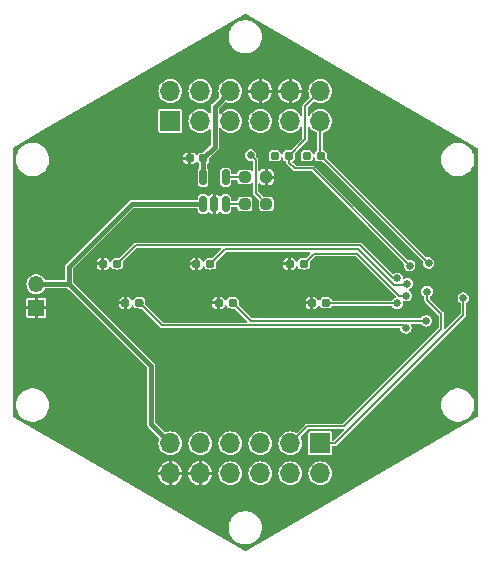
<source format=gbr>
%TF.GenerationSoftware,KiCad,Pcbnew,7.0.5*%
%TF.CreationDate,2023-06-05T00:45:25-04:00*%
%TF.ProjectId,BURNING_R,4255524e-494e-4475-9f52-2e6b69636164,rev?*%
%TF.SameCoordinates,Original*%
%TF.FileFunction,Copper,L2,Bot*%
%TF.FilePolarity,Positive*%
%FSLAX46Y46*%
G04 Gerber Fmt 4.6, Leading zero omitted, Abs format (unit mm)*
G04 Created by KiCad (PCBNEW 7.0.5) date 2023-06-05 00:45:25*
%MOMM*%
%LPD*%
G01*
G04 APERTURE LIST*
G04 Aperture macros list*
%AMRoundRect*
0 Rectangle with rounded corners*
0 $1 Rounding radius*
0 $2 $3 $4 $5 $6 $7 $8 $9 X,Y pos of 4 corners*
0 Add a 4 corners polygon primitive as box body*
4,1,4,$2,$3,$4,$5,$6,$7,$8,$9,$2,$3,0*
0 Add four circle primitives for the rounded corners*
1,1,$1+$1,$2,$3*
1,1,$1+$1,$4,$5*
1,1,$1+$1,$6,$7*
1,1,$1+$1,$8,$9*
0 Add four rect primitives between the rounded corners*
20,1,$1+$1,$2,$3,$4,$5,0*
20,1,$1+$1,$4,$5,$6,$7,0*
20,1,$1+$1,$6,$7,$8,$9,0*
20,1,$1+$1,$8,$9,$2,$3,0*%
G04 Aperture macros list end*
%TA.AperFunction,ComponentPad*%
%ADD10R,1.700000X1.700000*%
%TD*%
%TA.AperFunction,ComponentPad*%
%ADD11O,1.700000X1.700000*%
%TD*%
%TA.AperFunction,ComponentPad*%
%ADD12R,1.350000X1.350000*%
%TD*%
%TA.AperFunction,ComponentPad*%
%ADD13O,1.350000X1.350000*%
%TD*%
%TA.AperFunction,SMDPad,CuDef*%
%ADD14RoundRect,0.160000X-0.197500X-0.160000X0.197500X-0.160000X0.197500X0.160000X-0.197500X0.160000X0*%
%TD*%
%TA.AperFunction,SMDPad,CuDef*%
%ADD15RoundRect,0.160000X0.197500X0.160000X-0.197500X0.160000X-0.197500X-0.160000X0.197500X-0.160000X0*%
%TD*%
%TA.AperFunction,SMDPad,CuDef*%
%ADD16RoundRect,0.237500X0.250000X0.237500X-0.250000X0.237500X-0.250000X-0.237500X0.250000X-0.237500X0*%
%TD*%
%TA.AperFunction,SMDPad,CuDef*%
%ADD17RoundRect,0.155000X0.212500X0.155000X-0.212500X0.155000X-0.212500X-0.155000X0.212500X-0.155000X0*%
%TD*%
%TA.AperFunction,SMDPad,CuDef*%
%ADD18RoundRect,0.237500X-0.250000X-0.237500X0.250000X-0.237500X0.250000X0.237500X-0.250000X0.237500X0*%
%TD*%
%TA.AperFunction,SMDPad,CuDef*%
%ADD19RoundRect,0.150000X0.150000X-0.512500X0.150000X0.512500X-0.150000X0.512500X-0.150000X-0.512500X0*%
%TD*%
%TA.AperFunction,ViaPad*%
%ADD20C,0.660400*%
%TD*%
%TA.AperFunction,Conductor*%
%ADD21C,0.381000*%
%TD*%
%TA.AperFunction,Conductor*%
%ADD22C,0.152400*%
%TD*%
G04 APERTURE END LIST*
D10*
%TO.P,J1,1,Pin_1*%
%TO.N,/VBAT*%
X143810000Y-86465599D03*
D11*
%TO.P,J1,2,Pin_2*%
%TO.N,/~{EN}*%
X143810000Y-83925599D03*
%TO.P,J1,3,Pin_3*%
%TO.N,VCC*%
X146350000Y-86465599D03*
%TO.P,J1,4,Pin_4*%
%TO.N,/VBAT_OK*%
X146350000Y-83925599D03*
%TO.P,J1,5,Pin_5*%
%TO.N,/~{I2C_RESET}*%
X148890000Y-86465599D03*
%TO.P,J1,6,Pin_6*%
%TO.N,+5V*%
X148890000Y-83925599D03*
%TO.P,J1,7,Pin_7*%
%TO.N,/RXD*%
X151430000Y-86465599D03*
%TO.P,J1,8,Pin_8*%
%TO.N,GND*%
X151430000Y-83925599D03*
%TO.P,J1,9,Pin_9*%
%TO.N,/TXD*%
X153970000Y-86465599D03*
%TO.P,J1,10,Pin_10*%
%TO.N,GND*%
X153970000Y-83925599D03*
%TO.P,J1,11,Pin_11*%
%TO.N,/SDA*%
X156510000Y-86465599D03*
%TO.P,J1,12,Pin_12*%
%TO.N,/SCL*%
X156510000Y-83925599D03*
%TD*%
D10*
%TO.P,J2,1,Pin_1*%
%TO.N,/P1*%
X156510000Y-113743621D03*
D11*
%TO.P,J2,2,Pin_2*%
%TO.N,unconnected-(J2-Pin_2-Pad2)*%
X156510000Y-116283621D03*
%TO.P,J2,3,Pin_3*%
%TO.N,/P2*%
X153970000Y-113743621D03*
%TO.P,J2,4,Pin_4*%
%TO.N,unconnected-(J2-Pin_4-Pad4)*%
X153970000Y-116283621D03*
%TO.P,J2,5,Pin_5*%
%TO.N,unconnected-(J2-Pin_5-Pad5)*%
X151430000Y-113743621D03*
%TO.P,J2,6,Pin_6*%
%TO.N,unconnected-(J2-Pin_6-Pad6)*%
X151430000Y-116283621D03*
%TO.P,J2,7,Pin_7*%
%TO.N,unconnected-(J2-Pin_7-Pad7)*%
X148890000Y-113743621D03*
%TO.P,J2,8,Pin_8*%
%TO.N,unconnected-(J2-Pin_8-Pad8)*%
X148890000Y-116283621D03*
%TO.P,J2,9,Pin_9*%
%TO.N,unconnected-(J2-Pin_9-Pad9)*%
X146350000Y-113743621D03*
%TO.P,J2,10,Pin_10*%
%TO.N,GND*%
X146350000Y-116283621D03*
%TO.P,J2,11,Pin_11*%
%TO.N,/BAT_BR*%
X143810000Y-113743621D03*
%TO.P,J2,12,Pin_12*%
%TO.N,GND*%
X143810000Y-116283621D03*
%TD*%
D12*
%TO.P,J9,1,Pin_1*%
%TO.N,GND*%
X132460000Y-102276121D03*
D13*
%TO.P,J9,2,Pin_2*%
%TO.N,/BAT_BR*%
X132460000Y-100276121D03*
%TD*%
D14*
%TO.P,R4,1*%
%TO.N,VCC*%
X152662500Y-89398621D03*
%TO.P,R4,2*%
%TO.N,/SCL*%
X153857500Y-89398621D03*
%TD*%
D15*
%TO.P,R9,1*%
%TO.N,/BR_3_EN*%
X156997500Y-101848621D03*
%TO.P,R9,2*%
%TO.N,GND*%
X155802500Y-101848621D03*
%TD*%
%TO.P,R8,1*%
%TO.N,/BR_4_EN*%
X139310000Y-98548621D03*
%TO.P,R8,2*%
%TO.N,GND*%
X138115000Y-98548621D03*
%TD*%
D14*
%TO.P,R5,1*%
%TO.N,VCC*%
X155362500Y-89398621D03*
%TO.P,R5,2*%
%TO.N,/SDA*%
X156557500Y-89398621D03*
%TD*%
D16*
%TO.P,R1,1*%
%TO.N,GND*%
X151952500Y-91198621D03*
%TO.P,R1,2*%
%TO.N,Net-(U2-PROG)*%
X150127500Y-91198621D03*
%TD*%
D17*
%TO.P,C4,1*%
%TO.N,+5V*%
X146607500Y-89618621D03*
%TO.P,C4,2*%
%TO.N,GND*%
X145472500Y-89618621D03*
%TD*%
D15*
%TO.P,R10,1*%
%TO.N,/BR_2_EN*%
X149097500Y-101848621D03*
%TO.P,R10,2*%
%TO.N,GND*%
X147902500Y-101848621D03*
%TD*%
%TO.P,R11,1*%
%TO.N,/BR_1_EN*%
X141197500Y-101848621D03*
%TO.P,R11,2*%
%TO.N,GND*%
X140002500Y-101848621D03*
%TD*%
D18*
%TO.P,R2,1*%
%TO.N,Net-(U2-STAT)*%
X150127500Y-93488621D03*
%TO.P,R2,2*%
%TO.N,Net-(D1-K)*%
X151952500Y-93488621D03*
%TD*%
D19*
%TO.P,U2,1,STAT*%
%TO.N,Net-(U2-STAT)*%
X148500000Y-93486121D03*
%TO.P,U2,2,VSS*%
%TO.N,GND*%
X147550000Y-93486121D03*
%TO.P,U2,3,VBAT*%
%TO.N,/BAT_BR*%
X146600000Y-93486121D03*
%TO.P,U2,4,VDD*%
%TO.N,+5V*%
X146600000Y-91211121D03*
%TO.P,U2,5,PROG*%
%TO.N,Net-(U2-PROG)*%
X148500000Y-91211121D03*
%TD*%
D15*
%TO.P,R7,1*%
%TO.N,/BR_5_EN*%
X147210000Y-98548621D03*
%TO.P,R7,2*%
%TO.N,GND*%
X146015000Y-98548621D03*
%TD*%
%TO.P,R6,1*%
%TO.N,/BR_6_EN*%
X155110000Y-98548621D03*
%TO.P,R6,2*%
%TO.N,GND*%
X153915000Y-98548621D03*
%TD*%
D20*
%TO.N,GND*%
X134160000Y-109198621D03*
X144160000Y-105198621D03*
X140160000Y-85198621D03*
X134160000Y-111198621D03*
X134160000Y-91198621D03*
X152160000Y-118198621D03*
X162160000Y-87198621D03*
X164160000Y-109198621D03*
X150160000Y-82198621D03*
X148160000Y-111198621D03*
X150160000Y-111198621D03*
X140160000Y-89198621D03*
X136160000Y-89198621D03*
X142160000Y-89198621D03*
X138160000Y-85198621D03*
X138160000Y-89198621D03*
X166160000Y-89198621D03*
X151160000Y-98698621D03*
X140160000Y-111198621D03*
X152160000Y-111198621D03*
X136160000Y-113198621D03*
X148160000Y-120198621D03*
X144160000Y-107198621D03*
X140160000Y-91198621D03*
X132160000Y-95198621D03*
X152160000Y-120198621D03*
X138160000Y-87198621D03*
X146160000Y-82198621D03*
X140160000Y-109198621D03*
X134160000Y-107198621D03*
X146160000Y-118198621D03*
X156160000Y-82198621D03*
X162160000Y-105198621D03*
X134160000Y-87198621D03*
X134160000Y-93198621D03*
X152160000Y-107198621D03*
X136160000Y-93198621D03*
X138160000Y-111198621D03*
X154160000Y-82198621D03*
X162160000Y-111198621D03*
X152160000Y-105198621D03*
X132160000Y-97198621D03*
X136160000Y-105198621D03*
X162160000Y-113198621D03*
X134160000Y-105198621D03*
X136160000Y-111198621D03*
X146160000Y-111198621D03*
X136160000Y-87198621D03*
X134160000Y-95198621D03*
X142160000Y-87198621D03*
X154160000Y-118198621D03*
X164160000Y-111198621D03*
X148160000Y-82198621D03*
X134160000Y-113198621D03*
X162160000Y-91198621D03*
X160160000Y-85198621D03*
X136160000Y-109198621D03*
X142160000Y-85198621D03*
X132160000Y-105198621D03*
X156160000Y-109198621D03*
X164160000Y-93198621D03*
X166160000Y-87198621D03*
X160160000Y-87198621D03*
X162160000Y-85198621D03*
X136160000Y-91198621D03*
X160160000Y-107198621D03*
X148160000Y-80198621D03*
X156160000Y-107198621D03*
X144160000Y-82198621D03*
X148160000Y-118198621D03*
X156160000Y-118198621D03*
X138160000Y-115198621D03*
X143160000Y-98698621D03*
X164160000Y-95198621D03*
X155160000Y-91198621D03*
X164160000Y-87198621D03*
X168160000Y-93198621D03*
X162160000Y-115198621D03*
X136160000Y-107198621D03*
X134160000Y-89198621D03*
X168160000Y-107198621D03*
X162160000Y-93198621D03*
X134160000Y-97198621D03*
X132160000Y-93198621D03*
X138160000Y-113198621D03*
X164160000Y-113198621D03*
X160160000Y-115198621D03*
X152160000Y-82198621D03*
X150160000Y-118198621D03*
X140160000Y-113198621D03*
X166160000Y-91198621D03*
X144160000Y-118198621D03*
X164160000Y-89198621D03*
X152160000Y-80198621D03*
X144160000Y-111198621D03*
X140160000Y-87198621D03*
X140160000Y-115198621D03*
X143160000Y-102198621D03*
X160160000Y-91198621D03*
X151160000Y-102198621D03*
X160160000Y-105198621D03*
X148160000Y-109198621D03*
X160160000Y-113198621D03*
X132160000Y-107198621D03*
X136160000Y-95198621D03*
%TO.N,VCC*%
X155360000Y-89398621D03*
X152660000Y-89398621D03*
%TO.N,/SDA*%
X165685000Y-98473621D03*
%TO.N,/SCL*%
X164085000Y-98698621D03*
%TO.N,/BR_1_EN*%
X141220000Y-101848621D03*
X163760000Y-103973621D03*
%TO.N,/BR_2_EN*%
X149110000Y-101858621D03*
X165485000Y-103373621D03*
%TO.N,/BR_3_EN*%
X163010000Y-101898621D03*
X157000000Y-101828621D03*
%TO.N,/BR_4_EN*%
X163035000Y-99773621D03*
X139317500Y-98548621D03*
%TO.N,/BR_5_EN*%
X147207500Y-98548621D03*
X163860000Y-100223621D03*
%TO.N,/BR_6_EN*%
X155117500Y-98548621D03*
X163785000Y-101248621D03*
%TO.N,/P1*%
X168630000Y-101438621D03*
%TO.N,/P2*%
X165550000Y-100898621D03*
%TO.N,Net-(D1-K)*%
X150610000Y-89338621D03*
%TD*%
D21*
%TO.N,+5V*%
X146607500Y-89618621D02*
X146607500Y-91203621D01*
X146607500Y-89618621D02*
X147580000Y-88646121D01*
X147580000Y-85235599D02*
X148890000Y-83925599D01*
X147580000Y-88646121D02*
X147580000Y-85235599D01*
X146607500Y-91203621D02*
X146600000Y-91211121D01*
D22*
%TO.N,/SDA*%
X165632500Y-98473621D02*
X156557500Y-89398621D01*
X165685000Y-98473621D02*
X165632500Y-98473621D01*
X156557500Y-89398621D02*
X156510000Y-89351121D01*
X156510000Y-89351121D02*
X156510000Y-86465599D01*
%TO.N,/SCL*%
X153857500Y-89398621D02*
X155235000Y-88021121D01*
X154360000Y-90473621D02*
X153857500Y-89971121D01*
X164085000Y-98698621D02*
X155860000Y-90473621D01*
X155235000Y-85200599D02*
X156510000Y-83925599D01*
X155860000Y-90473621D02*
X154360000Y-90473621D01*
X153857500Y-89971121D02*
X153857500Y-89398621D01*
X155235000Y-88021121D02*
X155235000Y-85200599D01*
D21*
%TO.N,/BAT_BR*%
X135257500Y-100276121D02*
X142180000Y-107198621D01*
X142180000Y-112113621D02*
X143810000Y-113743621D01*
X135257500Y-98798621D02*
X140570000Y-93486121D01*
X146600000Y-93486121D02*
X140570000Y-93486121D01*
X135257500Y-100276121D02*
X135257500Y-98798621D01*
X142180000Y-107198621D02*
X142180000Y-112113621D01*
X132460000Y-100276121D02*
X135257500Y-100276121D01*
D22*
%TO.N,/BR_1_EN*%
X163555000Y-103768621D02*
X163760000Y-103973621D01*
X143140000Y-103768621D02*
X163555000Y-103768621D01*
X141220000Y-101848621D02*
X143140000Y-103768621D01*
%TO.N,/BR_2_EN*%
X165485000Y-103373621D02*
X150625000Y-103373621D01*
X150625000Y-103373621D02*
X149110000Y-101858621D01*
%TO.N,/BR_3_EN*%
X163010000Y-101898621D02*
X157047500Y-101898621D01*
X157047500Y-101898621D02*
X156997500Y-101848621D01*
%TO.N,/BR_4_EN*%
X163035000Y-99773621D02*
X162665000Y-99773621D01*
X162665000Y-99773621D02*
X159870000Y-96978621D01*
X140887500Y-96978621D02*
X139317500Y-98548621D01*
X159870000Y-96978621D02*
X140887500Y-96978621D01*
%TO.N,/BR_5_EN*%
X163763900Y-100319721D02*
X163860000Y-100223621D01*
X147210000Y-98548621D02*
X148450000Y-97308621D01*
X159750000Y-97308621D02*
X162761100Y-100319721D01*
X148450000Y-97308621D02*
X159750000Y-97308621D01*
X162761100Y-100319721D02*
X163763900Y-100319721D01*
%TO.N,/BR_6_EN*%
X155110000Y-98548621D02*
X155980000Y-97678621D01*
X159600000Y-97678621D02*
X163170000Y-101248621D01*
X155980000Y-97678621D02*
X159600000Y-97678621D01*
X163170000Y-101248621D02*
X163785000Y-101248621D01*
%TO.N,/P1*%
X157775000Y-113743621D02*
X168630000Y-102888621D01*
X156510000Y-113743621D02*
X157775000Y-113743621D01*
X168630000Y-102888621D02*
X168630000Y-101438621D01*
%TO.N,/P2*%
X158530000Y-112318621D02*
X166780000Y-104068621D01*
X166780000Y-104068621D02*
X166780000Y-102818621D01*
X155395000Y-112318621D02*
X158530000Y-112318621D01*
X165550000Y-101588621D02*
X165550000Y-100898621D01*
X166780000Y-102818621D02*
X165550000Y-101588621D01*
X153970000Y-113743621D02*
X155395000Y-112318621D01*
%TO.N,Net-(D1-K)*%
X151952500Y-93488621D02*
X151040000Y-92576121D01*
X151040000Y-89768621D02*
X150610000Y-89338621D01*
X151040000Y-92576121D02*
X151040000Y-89768621D01*
%TO.N,Net-(U2-PROG)*%
X150115000Y-91211121D02*
X150127500Y-91198621D01*
X148500000Y-91211121D02*
X150115000Y-91211121D01*
%TO.N,Net-(U2-STAT)*%
X150125000Y-93486121D02*
X150127500Y-93488621D01*
X148500000Y-93486121D02*
X150125000Y-93486121D01*
%TD*%
%TA.AperFunction,Conductor*%
%TO.N,GND*%
G36*
X150203946Y-77388502D02*
G01*
X169810750Y-88708494D01*
X169849399Y-88754554D01*
X169854700Y-88784618D01*
X169854700Y-111424599D01*
X169834135Y-111481100D01*
X169810750Y-111500723D01*
X150203949Y-122820715D01*
X150144735Y-122831156D01*
X150116049Y-122820715D01*
X149138254Y-122256185D01*
X146770601Y-120889220D01*
X148749884Y-120889220D01*
X148769115Y-121121316D01*
X148769116Y-121121322D01*
X148826286Y-121347080D01*
X148826289Y-121347088D01*
X148897987Y-121510541D01*
X148919840Y-121560361D01*
X148919844Y-121560367D01*
X149047215Y-121755325D01*
X149047216Y-121755327D01*
X149047220Y-121755331D01*
X149204954Y-121926676D01*
X149388740Y-122069722D01*
X149593563Y-122180567D01*
X149813837Y-122256187D01*
X149813839Y-122256187D01*
X149813841Y-122256188D01*
X150043550Y-122294520D01*
X150043554Y-122294520D01*
X150276450Y-122294520D01*
X150506158Y-122256188D01*
X150506158Y-122256187D01*
X150506163Y-122256187D01*
X150726437Y-122180567D01*
X150931260Y-122069722D01*
X151115046Y-121926676D01*
X151272780Y-121755331D01*
X151400160Y-121560361D01*
X151493712Y-121347084D01*
X151550884Y-121121317D01*
X151570116Y-120889220D01*
X151550884Y-120657123D01*
X151550883Y-120657117D01*
X151493713Y-120431359D01*
X151493710Y-120431351D01*
X151400164Y-120218089D01*
X151400160Y-120218079D01*
X151319435Y-120094520D01*
X151272784Y-120023114D01*
X151272783Y-120023112D01*
X151115050Y-119851768D01*
X151115048Y-119851767D01*
X151115046Y-119851764D01*
X150931260Y-119708718D01*
X150726437Y-119597873D01*
X150726433Y-119597871D01*
X150726430Y-119597870D01*
X150506167Y-119522254D01*
X150506158Y-119522251D01*
X150276450Y-119483920D01*
X150276446Y-119483920D01*
X150043554Y-119483920D01*
X150043550Y-119483920D01*
X149813841Y-119522251D01*
X149813832Y-119522254D01*
X149593569Y-119597870D01*
X149388740Y-119708718D01*
X149204949Y-119851768D01*
X149047216Y-120023112D01*
X149047215Y-120023114D01*
X148919844Y-120218072D01*
X148919835Y-120218089D01*
X148826289Y-120431351D01*
X148826286Y-120431359D01*
X148769116Y-120657117D01*
X148769115Y-120657123D01*
X148749884Y-120889220D01*
X146770601Y-120889220D01*
X139013441Y-116410621D01*
X142789735Y-116410621D01*
X142797072Y-116485109D01*
X142855842Y-116678846D01*
X142855844Y-116678849D01*
X142951281Y-116857399D01*
X143079717Y-117013899D01*
X143079721Y-117013903D01*
X143236221Y-117142339D01*
X143414771Y-117237776D01*
X143414774Y-117237778D01*
X143608515Y-117296550D01*
X143683000Y-117303884D01*
X143683000Y-116770502D01*
X143774237Y-116783621D01*
X143845763Y-116783621D01*
X143937000Y-116770502D01*
X143937000Y-117303884D01*
X144011484Y-117296550D01*
X144205225Y-117237778D01*
X144205228Y-117237776D01*
X144383778Y-117142339D01*
X144540278Y-117013903D01*
X144540282Y-117013899D01*
X144668718Y-116857399D01*
X144764155Y-116678849D01*
X144764157Y-116678846D01*
X144822927Y-116485109D01*
X144830265Y-116410621D01*
X145329735Y-116410621D01*
X145337072Y-116485109D01*
X145395842Y-116678846D01*
X145395844Y-116678849D01*
X145491281Y-116857399D01*
X145619717Y-117013899D01*
X145619721Y-117013903D01*
X145776221Y-117142339D01*
X145954771Y-117237776D01*
X145954774Y-117237778D01*
X146148515Y-117296550D01*
X146223000Y-117303884D01*
X146223000Y-116770502D01*
X146314237Y-116783621D01*
X146385763Y-116783621D01*
X146477000Y-116770502D01*
X146477000Y-117303884D01*
X146551484Y-117296550D01*
X146745225Y-117237778D01*
X146745228Y-117237776D01*
X146923778Y-117142339D01*
X147080278Y-117013903D01*
X147080282Y-117013899D01*
X147208718Y-116857399D01*
X147304155Y-116678849D01*
X147304157Y-116678846D01*
X147362927Y-116485109D01*
X147370265Y-116410621D01*
X146833818Y-116410621D01*
X146850000Y-116355510D01*
X146850000Y-116283621D01*
X147882247Y-116283621D01*
X147901612Y-116480230D01*
X147958957Y-116669269D01*
X147958958Y-116669271D01*
X148052084Y-116843499D01*
X148177411Y-116996210D01*
X148330122Y-117121537D01*
X148504350Y-117214663D01*
X148693397Y-117272010D01*
X148890000Y-117291374D01*
X149086603Y-117272010D01*
X149275650Y-117214663D01*
X149449878Y-117121537D01*
X149602589Y-116996210D01*
X149727916Y-116843499D01*
X149821042Y-116669271D01*
X149878389Y-116480224D01*
X149897753Y-116283621D01*
X150422247Y-116283621D01*
X150441612Y-116480230D01*
X150498957Y-116669269D01*
X150498958Y-116669271D01*
X150592084Y-116843499D01*
X150717411Y-116996210D01*
X150870122Y-117121537D01*
X151044350Y-117214663D01*
X151233397Y-117272010D01*
X151430000Y-117291374D01*
X151626603Y-117272010D01*
X151815650Y-117214663D01*
X151989878Y-117121537D01*
X152142589Y-116996210D01*
X152267916Y-116843499D01*
X152361042Y-116669271D01*
X152418389Y-116480224D01*
X152437753Y-116283621D01*
X152962247Y-116283621D01*
X152981612Y-116480230D01*
X153038957Y-116669269D01*
X153038958Y-116669271D01*
X153132084Y-116843499D01*
X153257411Y-116996210D01*
X153410122Y-117121537D01*
X153584350Y-117214663D01*
X153773397Y-117272010D01*
X153970000Y-117291374D01*
X154166603Y-117272010D01*
X154355650Y-117214663D01*
X154529878Y-117121537D01*
X154682589Y-116996210D01*
X154807916Y-116843499D01*
X154901042Y-116669271D01*
X154958389Y-116480224D01*
X154977753Y-116283621D01*
X155502247Y-116283621D01*
X155521612Y-116480230D01*
X155578957Y-116669269D01*
X155578958Y-116669271D01*
X155672084Y-116843499D01*
X155797411Y-116996210D01*
X155950122Y-117121537D01*
X156124350Y-117214663D01*
X156313397Y-117272010D01*
X156510000Y-117291374D01*
X156706603Y-117272010D01*
X156895650Y-117214663D01*
X157069878Y-117121537D01*
X157222589Y-116996210D01*
X157347916Y-116843499D01*
X157441042Y-116669271D01*
X157498389Y-116480224D01*
X157517753Y-116283621D01*
X157498389Y-116087018D01*
X157441042Y-115897971D01*
X157347916Y-115723743D01*
X157222589Y-115571032D01*
X157069878Y-115445705D01*
X156895650Y-115352579D01*
X156895649Y-115352578D01*
X156895648Y-115352578D01*
X156706609Y-115295233D01*
X156706604Y-115295232D01*
X156706603Y-115295232D01*
X156510000Y-115275868D01*
X156509999Y-115275868D01*
X156462657Y-115280530D01*
X156313397Y-115295232D01*
X156313395Y-115295232D01*
X156313390Y-115295233D01*
X156124351Y-115352578D01*
X155950121Y-115445705D01*
X155797413Y-115571030D01*
X155797409Y-115571034D01*
X155672084Y-115723742D01*
X155578957Y-115897972D01*
X155521612Y-116087011D01*
X155502247Y-116283621D01*
X154977753Y-116283621D01*
X154958389Y-116087018D01*
X154901042Y-115897971D01*
X154807916Y-115723743D01*
X154682589Y-115571032D01*
X154529878Y-115445705D01*
X154355650Y-115352579D01*
X154355649Y-115352578D01*
X154355648Y-115352578D01*
X154166609Y-115295233D01*
X154166604Y-115295232D01*
X154166603Y-115295232D01*
X153970000Y-115275868D01*
X153773397Y-115295232D01*
X153773395Y-115295232D01*
X153773390Y-115295233D01*
X153584351Y-115352578D01*
X153410121Y-115445705D01*
X153257413Y-115571030D01*
X153257409Y-115571034D01*
X153132084Y-115723742D01*
X153038957Y-115897972D01*
X152981612Y-116087011D01*
X152962247Y-116283621D01*
X152437753Y-116283621D01*
X152418389Y-116087018D01*
X152361042Y-115897971D01*
X152267916Y-115723743D01*
X152142589Y-115571032D01*
X151989878Y-115445705D01*
X151815650Y-115352579D01*
X151815649Y-115352578D01*
X151815648Y-115352578D01*
X151626609Y-115295233D01*
X151626604Y-115295232D01*
X151626603Y-115295232D01*
X151430000Y-115275868D01*
X151429999Y-115275868D01*
X151382657Y-115280530D01*
X151233397Y-115295232D01*
X151233395Y-115295232D01*
X151233390Y-115295233D01*
X151044351Y-115352578D01*
X150870121Y-115445705D01*
X150717413Y-115571030D01*
X150717409Y-115571034D01*
X150592084Y-115723742D01*
X150498957Y-115897972D01*
X150441612Y-116087011D01*
X150422247Y-116283621D01*
X149897753Y-116283621D01*
X149878389Y-116087018D01*
X149821042Y-115897971D01*
X149727916Y-115723743D01*
X149602589Y-115571032D01*
X149449878Y-115445705D01*
X149275650Y-115352579D01*
X149275649Y-115352578D01*
X149275648Y-115352578D01*
X149086609Y-115295233D01*
X149086604Y-115295232D01*
X149086603Y-115295232D01*
X148890000Y-115275868D01*
X148889999Y-115275868D01*
X148842657Y-115280530D01*
X148693397Y-115295232D01*
X148693395Y-115295232D01*
X148693390Y-115295233D01*
X148504351Y-115352578D01*
X148330121Y-115445705D01*
X148177413Y-115571030D01*
X148177409Y-115571034D01*
X148052084Y-115723742D01*
X147958957Y-115897972D01*
X147901612Y-116087011D01*
X147882247Y-116283621D01*
X146850000Y-116283621D01*
X146850000Y-116211732D01*
X146833818Y-116156621D01*
X147370264Y-116156621D01*
X147362927Y-116082132D01*
X147304157Y-115888395D01*
X147304155Y-115888392D01*
X147208718Y-115709842D01*
X147080282Y-115553342D01*
X147080278Y-115553338D01*
X146923778Y-115424902D01*
X146745228Y-115329465D01*
X146745225Y-115329463D01*
X146551488Y-115270693D01*
X146477000Y-115263356D01*
X146477000Y-115796739D01*
X146385763Y-115783621D01*
X146314237Y-115783621D01*
X146223000Y-115796739D01*
X146223000Y-115263356D01*
X146148511Y-115270693D01*
X145954774Y-115329463D01*
X145954771Y-115329465D01*
X145776221Y-115424902D01*
X145619721Y-115553338D01*
X145619717Y-115553342D01*
X145491281Y-115709842D01*
X145395844Y-115888392D01*
X145395842Y-115888395D01*
X145337072Y-116082132D01*
X145329735Y-116156621D01*
X145866182Y-116156621D01*
X145850000Y-116211732D01*
X145850000Y-116355510D01*
X145866182Y-116410621D01*
X145329735Y-116410621D01*
X144830265Y-116410621D01*
X144293818Y-116410621D01*
X144310000Y-116355510D01*
X144310000Y-116211732D01*
X144293818Y-116156621D01*
X144830264Y-116156621D01*
X144822927Y-116082132D01*
X144764157Y-115888395D01*
X144764155Y-115888392D01*
X144668718Y-115709842D01*
X144540282Y-115553342D01*
X144540278Y-115553338D01*
X144383778Y-115424902D01*
X144205228Y-115329465D01*
X144205225Y-115329463D01*
X144011488Y-115270693D01*
X143937000Y-115263356D01*
X143937000Y-115796739D01*
X143845763Y-115783621D01*
X143774237Y-115783621D01*
X143683000Y-115796739D01*
X143683000Y-115263356D01*
X143608511Y-115270693D01*
X143414774Y-115329463D01*
X143414771Y-115329465D01*
X143236221Y-115424902D01*
X143079721Y-115553338D01*
X143079717Y-115553342D01*
X142951281Y-115709842D01*
X142855844Y-115888392D01*
X142855842Y-115888395D01*
X142797072Y-116082132D01*
X142789735Y-116156621D01*
X143326182Y-116156621D01*
X143310000Y-116211732D01*
X143310000Y-116355510D01*
X143326182Y-116410621D01*
X142789735Y-116410621D01*
X139013441Y-116410621D01*
X130509248Y-111500723D01*
X130470600Y-111454664D01*
X130465300Y-111424605D01*
X130465300Y-110496915D01*
X130749884Y-110496915D01*
X130769115Y-110729011D01*
X130769116Y-110729017D01*
X130826286Y-110954775D01*
X130826289Y-110954783D01*
X130897987Y-111118236D01*
X130919840Y-111168056D01*
X130919844Y-111168062D01*
X131047215Y-111363020D01*
X131047216Y-111363022D01*
X131173979Y-111500724D01*
X131204954Y-111534371D01*
X131388740Y-111677417D01*
X131593563Y-111788262D01*
X131813837Y-111863882D01*
X131813839Y-111863882D01*
X131813841Y-111863883D01*
X132043550Y-111902215D01*
X132043554Y-111902215D01*
X132276450Y-111902215D01*
X132506158Y-111863883D01*
X132506158Y-111863882D01*
X132506163Y-111863882D01*
X132726437Y-111788262D01*
X132931260Y-111677417D01*
X133115046Y-111534371D01*
X133272780Y-111363026D01*
X133400160Y-111168056D01*
X133493712Y-110954779D01*
X133550884Y-110729012D01*
X133570116Y-110496915D01*
X133550884Y-110264818D01*
X133550883Y-110264812D01*
X133493713Y-110039054D01*
X133493710Y-110039046D01*
X133400164Y-109825784D01*
X133400160Y-109825774D01*
X133319435Y-109702215D01*
X133272784Y-109630809D01*
X133272783Y-109630807D01*
X133115050Y-109459463D01*
X133115048Y-109459462D01*
X133115046Y-109459459D01*
X132931260Y-109316413D01*
X132726437Y-109205568D01*
X132726433Y-109205566D01*
X132726430Y-109205565D01*
X132506167Y-109129949D01*
X132506158Y-109129946D01*
X132276450Y-109091615D01*
X132276446Y-109091615D01*
X132043554Y-109091615D01*
X132043550Y-109091615D01*
X131813841Y-109129946D01*
X131813832Y-109129949D01*
X131593569Y-109205565D01*
X131388740Y-109316413D01*
X131204949Y-109459463D01*
X131047216Y-109630807D01*
X131047215Y-109630809D01*
X130919844Y-109825767D01*
X130919835Y-109825784D01*
X130826289Y-110039046D01*
X130826286Y-110039054D01*
X130769116Y-110264812D01*
X130769115Y-110264818D01*
X130749884Y-110496915D01*
X130465300Y-110496915D01*
X130465300Y-102149120D01*
X131607200Y-102149120D01*
X131607201Y-102149121D01*
X132075779Y-102149121D01*
X132074835Y-102150973D01*
X132055014Y-102276121D01*
X132074835Y-102401269D01*
X132075779Y-102403121D01*
X131607201Y-102403121D01*
X131607201Y-102968629D01*
X131617516Y-103020496D01*
X131656811Y-103079303D01*
X131656817Y-103079309D01*
X131715624Y-103118604D01*
X131767486Y-103128920D01*
X132332998Y-103128920D01*
X132333000Y-103128918D01*
X132333000Y-102660342D01*
X132334852Y-102661286D01*
X132428519Y-102676121D01*
X132491481Y-102676121D01*
X132585148Y-102661286D01*
X132586999Y-102660342D01*
X132587000Y-103128919D01*
X132587001Y-103128920D01*
X133152509Y-103128920D01*
X133204375Y-103118604D01*
X133263182Y-103079309D01*
X133263188Y-103079303D01*
X133302483Y-103020496D01*
X133312800Y-102968633D01*
X133312800Y-102403122D01*
X133312799Y-102403121D01*
X132844221Y-102403121D01*
X132845165Y-102401269D01*
X132864986Y-102276121D01*
X132845165Y-102150973D01*
X132844221Y-102149121D01*
X133312798Y-102149121D01*
X133312798Y-102149120D01*
X133312799Y-101583612D01*
X133302483Y-101531745D01*
X133263188Y-101472938D01*
X133263182Y-101472932D01*
X133204375Y-101433637D01*
X133152513Y-101423321D01*
X132587001Y-101423321D01*
X132587000Y-101423322D01*
X132586999Y-101891899D01*
X132585148Y-101890956D01*
X132491481Y-101876121D01*
X132428519Y-101876121D01*
X132334852Y-101890956D01*
X132332999Y-101891899D01*
X132333000Y-101423322D01*
X132332999Y-101423321D01*
X131767486Y-101423321D01*
X131767484Y-101423322D01*
X131715628Y-101433635D01*
X131715624Y-101433637D01*
X131656817Y-101472932D01*
X131656811Y-101472938D01*
X131617516Y-101531745D01*
X131607200Y-101583608D01*
X131607200Y-102149120D01*
X130465300Y-102149120D01*
X130465300Y-100276125D01*
X131627540Y-100276125D01*
X131645729Y-100449193D01*
X131645731Y-100449199D01*
X131699510Y-100614713D01*
X131786526Y-100765429D01*
X131902976Y-100894759D01*
X132043770Y-100997053D01*
X132202756Y-101067838D01*
X132372984Y-101104021D01*
X132547016Y-101104021D01*
X132717244Y-101067838D01*
X132876230Y-100997053D01*
X133017024Y-100894759D01*
X133133474Y-100765429D01*
X133192339Y-100663470D01*
X133238399Y-100624822D01*
X133268463Y-100619521D01*
X135078849Y-100619521D01*
X135135350Y-100640086D01*
X135141004Y-100645266D01*
X141810855Y-107315117D01*
X141836266Y-107369611D01*
X141836600Y-107377272D01*
X141836600Y-112096721D01*
X141836433Y-112100535D01*
X141835121Y-112115546D01*
X141832629Y-112144010D01*
X141832629Y-112144012D01*
X141843922Y-112186159D01*
X141844752Y-112189902D01*
X141852331Y-112232882D01*
X141854216Y-112236146D01*
X141862995Y-112257338D01*
X141863973Y-112260989D01*
X141889003Y-112296734D01*
X141891064Y-112299969D01*
X141912884Y-112337760D01*
X141946298Y-112365798D01*
X141949126Y-112368389D01*
X142855610Y-113274872D01*
X142881021Y-113329366D01*
X142877570Y-113362543D01*
X142821612Y-113547011D01*
X142821611Y-113547016D01*
X142821611Y-113547018D01*
X142802247Y-113743621D01*
X142821594Y-113940053D01*
X142821612Y-113940230D01*
X142858133Y-114060621D01*
X142878958Y-114129271D01*
X142972084Y-114303499D01*
X143097411Y-114456210D01*
X143250122Y-114581537D01*
X143424350Y-114674663D01*
X143613397Y-114732010D01*
X143810000Y-114751374D01*
X144006603Y-114732010D01*
X144195650Y-114674663D01*
X144369878Y-114581537D01*
X144522589Y-114456210D01*
X144647916Y-114303499D01*
X144741042Y-114129271D01*
X144798389Y-113940224D01*
X144817753Y-113743621D01*
X145342247Y-113743621D01*
X145361594Y-113940053D01*
X145361612Y-113940230D01*
X145398133Y-114060621D01*
X145418958Y-114129271D01*
X145512084Y-114303499D01*
X145637411Y-114456210D01*
X145790122Y-114581537D01*
X145964350Y-114674663D01*
X146153397Y-114732010D01*
X146350000Y-114751374D01*
X146546603Y-114732010D01*
X146735650Y-114674663D01*
X146909878Y-114581537D01*
X147062589Y-114456210D01*
X147187916Y-114303499D01*
X147281042Y-114129271D01*
X147338389Y-113940224D01*
X147357753Y-113743621D01*
X147882247Y-113743621D01*
X147901594Y-113940053D01*
X147901612Y-113940230D01*
X147938133Y-114060621D01*
X147958958Y-114129271D01*
X148052084Y-114303499D01*
X148177411Y-114456210D01*
X148330122Y-114581537D01*
X148504350Y-114674663D01*
X148693397Y-114732010D01*
X148890000Y-114751374D01*
X149086603Y-114732010D01*
X149275650Y-114674663D01*
X149449878Y-114581537D01*
X149602589Y-114456210D01*
X149727916Y-114303499D01*
X149821042Y-114129271D01*
X149878389Y-113940224D01*
X149897753Y-113743621D01*
X150422247Y-113743621D01*
X150441594Y-113940053D01*
X150441612Y-113940230D01*
X150478133Y-114060621D01*
X150498958Y-114129271D01*
X150592084Y-114303499D01*
X150717411Y-114456210D01*
X150870122Y-114581537D01*
X151044350Y-114674663D01*
X151233397Y-114732010D01*
X151430000Y-114751374D01*
X151626603Y-114732010D01*
X151815650Y-114674663D01*
X151989878Y-114581537D01*
X152142589Y-114456210D01*
X152267916Y-114303499D01*
X152361042Y-114129271D01*
X152418389Y-113940224D01*
X152437753Y-113743621D01*
X152962247Y-113743621D01*
X152981594Y-113940053D01*
X152981612Y-113940230D01*
X153018133Y-114060621D01*
X153038958Y-114129271D01*
X153132084Y-114303499D01*
X153257411Y-114456210D01*
X153410122Y-114581537D01*
X153584350Y-114674663D01*
X153773397Y-114732010D01*
X153970000Y-114751374D01*
X154166603Y-114732010D01*
X154355650Y-114674663D01*
X154529878Y-114581537D01*
X154682589Y-114456210D01*
X154807916Y-114303499D01*
X154901042Y-114129271D01*
X154958389Y-113940224D01*
X154977753Y-113743621D01*
X154958389Y-113547018D01*
X154901042Y-113357971D01*
X154854653Y-113271183D01*
X154846156Y-113211663D01*
X154870018Y-113167597D01*
X155464150Y-112573466D01*
X155518645Y-112548055D01*
X155526306Y-112547721D01*
X158434693Y-112547721D01*
X158491194Y-112568286D01*
X158521258Y-112620357D01*
X158510817Y-112679571D01*
X158496848Y-112697776D01*
X157705848Y-113488776D01*
X157651354Y-113514187D01*
X157643693Y-113514521D01*
X157600799Y-113514521D01*
X157544298Y-113493956D01*
X157514234Y-113441885D01*
X157512899Y-113426621D01*
X157512899Y-112878562D01*
X157509001Y-112858965D01*
X157504028Y-112833963D01*
X157470234Y-112783387D01*
X157470002Y-112783232D01*
X157419658Y-112749592D01*
X157382456Y-112742192D01*
X157375057Y-112740721D01*
X157375056Y-112740721D01*
X155644941Y-112740721D01*
X155600341Y-112749593D01*
X155549767Y-112783386D01*
X155549764Y-112783389D01*
X155515971Y-112833962D01*
X155507100Y-112878564D01*
X155507100Y-114608679D01*
X155515972Y-114653279D01*
X155549766Y-114703855D01*
X155566701Y-114715171D01*
X155600341Y-114737649D01*
X155607741Y-114739120D01*
X155644943Y-114746521D01*
X157375056Y-114746520D01*
X157375058Y-114746520D01*
X157387750Y-114743995D01*
X157419658Y-114737649D01*
X157470234Y-114703855D01*
X157504028Y-114653279D01*
X157512900Y-114608678D01*
X157512900Y-114060621D01*
X157533465Y-114004120D01*
X157585536Y-113974056D01*
X157600800Y-113972721D01*
X157767851Y-113972721D01*
X157770152Y-113972781D01*
X157777843Y-113973183D01*
X157811639Y-113974955D01*
X157833809Y-113966444D01*
X157847027Y-113962528D01*
X157870265Y-113957590D01*
X157875894Y-113953499D01*
X157896061Y-113942548D01*
X157902564Y-113940053D01*
X157919365Y-113923250D01*
X157929840Y-113914304D01*
X157949058Y-113900343D01*
X157952540Y-113894311D01*
X157966503Y-113876112D01*
X161345701Y-110496914D01*
X166749884Y-110496914D01*
X166769115Y-110729011D01*
X166769116Y-110729017D01*
X166826286Y-110954775D01*
X166826289Y-110954783D01*
X166897987Y-111118236D01*
X166919840Y-111168056D01*
X166919844Y-111168062D01*
X167047215Y-111363020D01*
X167047216Y-111363022D01*
X167173979Y-111500724D01*
X167204954Y-111534371D01*
X167388740Y-111677417D01*
X167593563Y-111788262D01*
X167813837Y-111863882D01*
X167813839Y-111863882D01*
X167813841Y-111863883D01*
X168043550Y-111902215D01*
X168043554Y-111902215D01*
X168276450Y-111902215D01*
X168506158Y-111863883D01*
X168506158Y-111863882D01*
X168506163Y-111863882D01*
X168726437Y-111788262D01*
X168931260Y-111677417D01*
X169115046Y-111534371D01*
X169272780Y-111363026D01*
X169400160Y-111168056D01*
X169493712Y-110954779D01*
X169550884Y-110729012D01*
X169570116Y-110496915D01*
X169550884Y-110264818D01*
X169550883Y-110264812D01*
X169493713Y-110039054D01*
X169493710Y-110039046D01*
X169400164Y-109825784D01*
X169400160Y-109825774D01*
X169319435Y-109702215D01*
X169272784Y-109630809D01*
X169272783Y-109630807D01*
X169115050Y-109459463D01*
X169115048Y-109459462D01*
X169115046Y-109459459D01*
X168931260Y-109316413D01*
X168726437Y-109205568D01*
X168726433Y-109205566D01*
X168726430Y-109205565D01*
X168506167Y-109129949D01*
X168506158Y-109129946D01*
X168276450Y-109091615D01*
X168276446Y-109091615D01*
X168043554Y-109091615D01*
X168043550Y-109091615D01*
X167813841Y-109129946D01*
X167813832Y-109129949D01*
X167593569Y-109205565D01*
X167388740Y-109316413D01*
X167204949Y-109459463D01*
X167047216Y-109630807D01*
X167047215Y-109630809D01*
X166919844Y-109825767D01*
X166919835Y-109825784D01*
X166826289Y-110039046D01*
X166826286Y-110039054D01*
X166769116Y-110264812D01*
X166769115Y-110264818D01*
X166749884Y-110496914D01*
X161345701Y-110496914D01*
X168786965Y-103055650D01*
X168788598Y-103054101D01*
X168819486Y-103026291D01*
X168829145Y-103004594D01*
X168835719Y-102992485D01*
X168848661Y-102972558D01*
X168849749Y-102965681D01*
X168856265Y-102943683D01*
X168859100Y-102937318D01*
X168859100Y-102913568D01*
X168860182Y-102899817D01*
X168863897Y-102876363D01*
X168863896Y-102876359D01*
X168863896Y-102876357D01*
X168862095Y-102869635D01*
X168859100Y-102846887D01*
X168859100Y-101913646D01*
X168879665Y-101857145D01*
X168899477Y-101839700D01*
X168949617Y-101807478D01*
X169040589Y-101702490D01*
X169098298Y-101576126D01*
X169106444Y-101519469D01*
X169118068Y-101438624D01*
X169118068Y-101438617D01*
X169098299Y-101301122D01*
X169098298Y-101301121D01*
X169098298Y-101301116D01*
X169040589Y-101174752D01*
X168949617Y-101069764D01*
X168949615Y-101069763D01*
X168949613Y-101069761D01*
X168832754Y-100994660D01*
X168832751Y-100994659D01*
X168799011Y-100984752D01*
X168699463Y-100955521D01*
X168699459Y-100955521D01*
X168560541Y-100955521D01*
X168560536Y-100955521D01*
X168427249Y-100994659D01*
X168427245Y-100994660D01*
X168310386Y-101069761D01*
X168310381Y-101069765D01*
X168219410Y-101174753D01*
X168161702Y-101301116D01*
X168161700Y-101301122D01*
X168141932Y-101438617D01*
X168141932Y-101438624D01*
X168161700Y-101576119D01*
X168161701Y-101576124D01*
X168161702Y-101576126D01*
X168219411Y-101702490D01*
X168297905Y-101793077D01*
X168310384Y-101807479D01*
X168336673Y-101824373D01*
X168360521Y-101839699D01*
X168396935Y-101887545D01*
X168400900Y-101913646D01*
X168400900Y-102757313D01*
X168380335Y-102813814D01*
X168375155Y-102819468D01*
X167159155Y-104035468D01*
X167104661Y-104060879D01*
X167046583Y-104045316D01*
X167012095Y-103996063D01*
X167009100Y-103973313D01*
X167009100Y-102825776D01*
X167009160Y-102823476D01*
X167009666Y-102813814D01*
X167011334Y-102781982D01*
X167002819Y-102759800D01*
X166998907Y-102746592D01*
X166993969Y-102723356D01*
X166989874Y-102717720D01*
X166978927Y-102697556D01*
X166976433Y-102691059D01*
X166976432Y-102691058D01*
X166976432Y-102691057D01*
X166959630Y-102674255D01*
X166950677Y-102663771D01*
X166936721Y-102644562D01*
X166936722Y-102644562D01*
X166930692Y-102641081D01*
X166912488Y-102627113D01*
X165804845Y-101519469D01*
X165779434Y-101464975D01*
X165779100Y-101457314D01*
X165779100Y-101373646D01*
X165799665Y-101317145D01*
X165819477Y-101299700D01*
X165869617Y-101267478D01*
X165960589Y-101162490D01*
X166018298Y-101036126D01*
X166025684Y-100984753D01*
X166038068Y-100898624D01*
X166038068Y-100898617D01*
X166018299Y-100761122D01*
X166018298Y-100761121D01*
X166018298Y-100761116D01*
X165960589Y-100634752D01*
X165869617Y-100529764D01*
X165869615Y-100529763D01*
X165869613Y-100529761D01*
X165752754Y-100454660D01*
X165752751Y-100454659D01*
X165726092Y-100446831D01*
X165619463Y-100415521D01*
X165619459Y-100415521D01*
X165480541Y-100415521D01*
X165480536Y-100415521D01*
X165347249Y-100454659D01*
X165347245Y-100454660D01*
X165230386Y-100529761D01*
X165230381Y-100529765D01*
X165139410Y-100634753D01*
X165081702Y-100761116D01*
X165081700Y-100761122D01*
X165061932Y-100898617D01*
X165061932Y-100898624D01*
X165081700Y-101036119D01*
X165081701Y-101036124D01*
X165081702Y-101036126D01*
X165139411Y-101162490D01*
X165214046Y-101248624D01*
X165230384Y-101267479D01*
X165256673Y-101284373D01*
X165280521Y-101299699D01*
X165316935Y-101347545D01*
X165320900Y-101373646D01*
X165320900Y-101581471D01*
X165320840Y-101583772D01*
X165318666Y-101625260D01*
X165327177Y-101647433D01*
X165331092Y-101660650D01*
X165336031Y-101683888D01*
X165340124Y-101689521D01*
X165351071Y-101709682D01*
X165353567Y-101716183D01*
X165353568Y-101716185D01*
X165370364Y-101732982D01*
X165379320Y-101743468D01*
X165393276Y-101762677D01*
X165393278Y-101762679D01*
X165399308Y-101766160D01*
X165417510Y-101780127D01*
X166525155Y-102887772D01*
X166550566Y-102942265D01*
X166550900Y-102949926D01*
X166550900Y-103937313D01*
X166530335Y-103993814D01*
X166525155Y-103999468D01*
X158460848Y-112063776D01*
X158406354Y-112089187D01*
X158398693Y-112089521D01*
X155402149Y-112089521D01*
X155399848Y-112089461D01*
X155358360Y-112087287D01*
X155336188Y-112095797D01*
X155322972Y-112099711D01*
X155299736Y-112104651D01*
X155299735Y-112104651D01*
X155294095Y-112108749D01*
X155273942Y-112119691D01*
X155267435Y-112122189D01*
X155267432Y-112122191D01*
X155250639Y-112138984D01*
X155240154Y-112147939D01*
X155220945Y-112161895D01*
X155220938Y-112161902D01*
X155217458Y-112167931D01*
X155203493Y-112186130D01*
X154546023Y-112843599D01*
X154491529Y-112869010D01*
X154442433Y-112858965D01*
X154355650Y-112812579D01*
X154355649Y-112812578D01*
X154355648Y-112812578D01*
X154166609Y-112755233D01*
X154166604Y-112755232D01*
X154166603Y-112755232D01*
X153970000Y-112735868D01*
X153773397Y-112755232D01*
X153773395Y-112755232D01*
X153773390Y-112755233D01*
X153584351Y-112812578D01*
X153410121Y-112905705D01*
X153257413Y-113031030D01*
X153257409Y-113031034D01*
X153132084Y-113183742D01*
X153038957Y-113357972D01*
X152981612Y-113547011D01*
X152981611Y-113547016D01*
X152981611Y-113547018D01*
X152962247Y-113743621D01*
X152437753Y-113743621D01*
X152418389Y-113547018D01*
X152361042Y-113357971D01*
X152267916Y-113183743D01*
X152142589Y-113031032D01*
X151989878Y-112905705D01*
X151815650Y-112812579D01*
X151815649Y-112812578D01*
X151815648Y-112812578D01*
X151626609Y-112755233D01*
X151626604Y-112755232D01*
X151626603Y-112755232D01*
X151430000Y-112735868D01*
X151429999Y-112735868D01*
X151382657Y-112740530D01*
X151233397Y-112755232D01*
X151233395Y-112755232D01*
X151233390Y-112755233D01*
X151044351Y-112812578D01*
X150870121Y-112905705D01*
X150717413Y-113031030D01*
X150717409Y-113031034D01*
X150592084Y-113183742D01*
X150498957Y-113357972D01*
X150441612Y-113547011D01*
X150441611Y-113547016D01*
X150441611Y-113547018D01*
X150422247Y-113743621D01*
X149897753Y-113743621D01*
X149878389Y-113547018D01*
X149821042Y-113357971D01*
X149727916Y-113183743D01*
X149602589Y-113031032D01*
X149449878Y-112905705D01*
X149275650Y-112812579D01*
X149275649Y-112812578D01*
X149275648Y-112812578D01*
X149086609Y-112755233D01*
X149086604Y-112755232D01*
X149086603Y-112755232D01*
X148890000Y-112735868D01*
X148693397Y-112755232D01*
X148693395Y-112755232D01*
X148693390Y-112755233D01*
X148504351Y-112812578D01*
X148330121Y-112905705D01*
X148177413Y-113031030D01*
X148177409Y-113031034D01*
X148052084Y-113183742D01*
X147958957Y-113357972D01*
X147901612Y-113547011D01*
X147901611Y-113547016D01*
X147901611Y-113547018D01*
X147882247Y-113743621D01*
X147357753Y-113743621D01*
X147338389Y-113547018D01*
X147281042Y-113357971D01*
X147187916Y-113183743D01*
X147062589Y-113031032D01*
X146909878Y-112905705D01*
X146735650Y-112812579D01*
X146735649Y-112812578D01*
X146735648Y-112812578D01*
X146546609Y-112755233D01*
X146546604Y-112755232D01*
X146546603Y-112755232D01*
X146350000Y-112735868D01*
X146153397Y-112755232D01*
X146153395Y-112755232D01*
X146153390Y-112755233D01*
X145964351Y-112812578D01*
X145790121Y-112905705D01*
X145637413Y-113031030D01*
X145637409Y-113031034D01*
X145512084Y-113183742D01*
X145418957Y-113357972D01*
X145361612Y-113547011D01*
X145361611Y-113547016D01*
X145361611Y-113547018D01*
X145342247Y-113743621D01*
X144817753Y-113743621D01*
X144798389Y-113547018D01*
X144741042Y-113357971D01*
X144647916Y-113183743D01*
X144522589Y-113031032D01*
X144369878Y-112905705D01*
X144195650Y-112812579D01*
X144195649Y-112812578D01*
X144195648Y-112812578D01*
X144006609Y-112755233D01*
X144006604Y-112755232D01*
X144006603Y-112755232D01*
X143810000Y-112735868D01*
X143613397Y-112755232D01*
X143613395Y-112755232D01*
X143613390Y-112755233D01*
X143428922Y-112811191D01*
X143368884Y-112807913D01*
X143341251Y-112789231D01*
X142549145Y-111997124D01*
X142523734Y-111942630D01*
X142523400Y-111934969D01*
X142523400Y-107215508D01*
X142523566Y-107211696D01*
X142527369Y-107168230D01*
X142516074Y-107126081D01*
X142515250Y-107122364D01*
X142507668Y-107079360D01*
X142505783Y-107076096D01*
X142496999Y-107054889D01*
X142496026Y-107051255D01*
X142470995Y-107015508D01*
X142468935Y-107012273D01*
X142447118Y-106974483D01*
X142413699Y-106946442D01*
X142410871Y-106943851D01*
X137515226Y-102048206D01*
X139467201Y-102048206D01*
X139473675Y-102097394D01*
X139473677Y-102097400D01*
X139524022Y-102205364D01*
X139608256Y-102289598D01*
X139716220Y-102339943D01*
X139765417Y-102346420D01*
X139875500Y-102346420D01*
X139875500Y-101975622D01*
X139875499Y-101975621D01*
X139467202Y-101975621D01*
X139467201Y-101975622D01*
X139467201Y-102048206D01*
X137515226Y-102048206D01*
X137188640Y-101721620D01*
X139467200Y-101721620D01*
X139467201Y-101721621D01*
X139875499Y-101721621D01*
X139875500Y-101721619D01*
X139875500Y-101350821D01*
X140129500Y-101350821D01*
X140129500Y-102346419D01*
X140129501Y-102346420D01*
X140239584Y-102346420D01*
X140239585Y-102346419D01*
X140288773Y-102339945D01*
X140288779Y-102339943D01*
X140396743Y-102289598D01*
X140480976Y-102205365D01*
X140534071Y-102091503D01*
X140576588Y-102048987D01*
X140636486Y-102043746D01*
X140685739Y-102078233D01*
X140693400Y-102091502D01*
X140726502Y-102162488D01*
X140739733Y-102190862D01*
X140817759Y-102268888D01*
X140917766Y-102315522D01*
X140952730Y-102320124D01*
X140963332Y-102321521D01*
X140963334Y-102321521D01*
X141103166Y-102321521D01*
X141127929Y-102325081D01*
X141150541Y-102331721D01*
X141150542Y-102331721D01*
X141289458Y-102331721D01*
X141289459Y-102331721D01*
X141308714Y-102326067D01*
X141368719Y-102329879D01*
X141395634Y-102348251D01*
X142972960Y-103925579D01*
X142974544Y-103927248D01*
X143002330Y-103958107D01*
X143002331Y-103958107D01*
X143002332Y-103958108D01*
X143024024Y-103967766D01*
X143036144Y-103974347D01*
X143056061Y-103987281D01*
X143056062Y-103987281D01*
X143056064Y-103987282D01*
X143062939Y-103988370D01*
X143084938Y-103994887D01*
X143091303Y-103997721D01*
X143115053Y-103997721D01*
X143128802Y-103998802D01*
X143152258Y-104002518D01*
X143158983Y-104000715D01*
X143181733Y-103997721D01*
X163199231Y-103997721D01*
X163255732Y-104018286D01*
X163285796Y-104070357D01*
X163286236Y-104073112D01*
X163291700Y-104111119D01*
X163291701Y-104111124D01*
X163291702Y-104111126D01*
X163349411Y-104237490D01*
X163440383Y-104342478D01*
X163440385Y-104342479D01*
X163440386Y-104342480D01*
X163557245Y-104417581D01*
X163557246Y-104417581D01*
X163557249Y-104417583D01*
X163648035Y-104444240D01*
X163690536Y-104456720D01*
X163690539Y-104456720D01*
X163690541Y-104456721D01*
X163690542Y-104456721D01*
X163829458Y-104456721D01*
X163829459Y-104456721D01*
X163829461Y-104456720D01*
X163829463Y-104456720D01*
X163845305Y-104452068D01*
X163962751Y-104417583D01*
X164079617Y-104342478D01*
X164170589Y-104237490D01*
X164228298Y-104111126D01*
X164239176Y-104035468D01*
X164248068Y-103973624D01*
X164248068Y-103973617D01*
X164228299Y-103836122D01*
X164228298Y-103836121D01*
X164228298Y-103836116D01*
X164178527Y-103727135D01*
X164173763Y-103667198D01*
X164208640Y-103618220D01*
X164258485Y-103602721D01*
X165004141Y-103602721D01*
X165060642Y-103623286D01*
X165070572Y-103633059D01*
X165074410Y-103637488D01*
X165074411Y-103637490D01*
X165165383Y-103742478D01*
X165165385Y-103742479D01*
X165165386Y-103742480D01*
X165282245Y-103817581D01*
X165282246Y-103817581D01*
X165282249Y-103817583D01*
X165373035Y-103844240D01*
X165415536Y-103856720D01*
X165415539Y-103856720D01*
X165415541Y-103856721D01*
X165415542Y-103856721D01*
X165554458Y-103856721D01*
X165554459Y-103856721D01*
X165554461Y-103856720D01*
X165554463Y-103856720D01*
X165570305Y-103852068D01*
X165687751Y-103817583D01*
X165804617Y-103742478D01*
X165895589Y-103637490D01*
X165953298Y-103511126D01*
X165973068Y-103373621D01*
X165973068Y-103373617D01*
X165953299Y-103236122D01*
X165953298Y-103236121D01*
X165953298Y-103236116D01*
X165895589Y-103109752D01*
X165804617Y-103004764D01*
X165804615Y-103004763D01*
X165804613Y-103004761D01*
X165687754Y-102929660D01*
X165687751Y-102929659D01*
X165661092Y-102921831D01*
X165554463Y-102890521D01*
X165554459Y-102890521D01*
X165415541Y-102890521D01*
X165415536Y-102890521D01*
X165282249Y-102929659D01*
X165282245Y-102929660D01*
X165165386Y-103004761D01*
X165165381Y-103004765D01*
X165070572Y-103114183D01*
X165018030Y-103143417D01*
X165004141Y-103144521D01*
X150756306Y-103144521D01*
X150699805Y-103123956D01*
X150694151Y-103118776D01*
X149633645Y-102058269D01*
X149628953Y-102048206D01*
X155267201Y-102048206D01*
X155273675Y-102097394D01*
X155273677Y-102097400D01*
X155324022Y-102205364D01*
X155408256Y-102289598D01*
X155516220Y-102339943D01*
X155565417Y-102346420D01*
X155675500Y-102346420D01*
X155675500Y-101975622D01*
X155675499Y-101975621D01*
X155267202Y-101975621D01*
X155267201Y-101975622D01*
X155267201Y-102048206D01*
X149628953Y-102048206D01*
X149608234Y-102003775D01*
X149607900Y-101996114D01*
X149607900Y-101721620D01*
X155267200Y-101721620D01*
X155267201Y-101721621D01*
X155675499Y-101721621D01*
X155675500Y-101721619D01*
X155675500Y-101350821D01*
X155565416Y-101350821D01*
X155565414Y-101350822D01*
X155516226Y-101357296D01*
X155516220Y-101357298D01*
X155408256Y-101407643D01*
X155324022Y-101491877D01*
X155273677Y-101599841D01*
X155267200Y-101649038D01*
X155267200Y-101721620D01*
X149607900Y-101721620D01*
X149607900Y-101651953D01*
X149605635Y-101634752D01*
X149601901Y-101606387D01*
X149555267Y-101506380D01*
X149477241Y-101428354D01*
X149432826Y-101407643D01*
X149377237Y-101381721D01*
X149377234Y-101381720D01*
X149331668Y-101375721D01*
X149331666Y-101375721D01*
X149187138Y-101375721D01*
X149184342Y-101375521D01*
X149179459Y-101375521D01*
X149040541Y-101375521D01*
X149035658Y-101375521D01*
X149032862Y-101375721D01*
X148863332Y-101375721D01*
X148817765Y-101381720D01*
X148817762Y-101381721D01*
X148717758Y-101428354D01*
X148639733Y-101506379D01*
X148593400Y-101605739D01*
X148550883Y-101648255D01*
X148490985Y-101653495D01*
X148441732Y-101619007D01*
X148434072Y-101605738D01*
X148380978Y-101491878D01*
X148296743Y-101407643D01*
X148188779Y-101357298D01*
X148139583Y-101350821D01*
X148029500Y-101350821D01*
X148029500Y-102346419D01*
X148029501Y-102346420D01*
X148139584Y-102346420D01*
X148139585Y-102346419D01*
X148188773Y-102339945D01*
X148188779Y-102339943D01*
X148296743Y-102289598D01*
X148380976Y-102205365D01*
X148434071Y-102091503D01*
X148476588Y-102048987D01*
X148536486Y-102043746D01*
X148585739Y-102078233D01*
X148593400Y-102091502D01*
X148626502Y-102162488D01*
X148639733Y-102190862D01*
X148717759Y-102268888D01*
X148817766Y-102315522D01*
X148852730Y-102320124D01*
X148863332Y-102321521D01*
X148863334Y-102321521D01*
X148959109Y-102321521D01*
X148983874Y-102325082D01*
X149040536Y-102341720D01*
X149040539Y-102341720D01*
X149040541Y-102341721D01*
X149040542Y-102341721D01*
X149179458Y-102341721D01*
X149179459Y-102341721D01*
X149198714Y-102336067D01*
X149258719Y-102339879D01*
X149285634Y-102358251D01*
X150316849Y-103389466D01*
X150342260Y-103443960D01*
X150326697Y-103502038D01*
X150277444Y-103536526D01*
X150254694Y-103539521D01*
X143271306Y-103539521D01*
X143214805Y-103518956D01*
X143209151Y-103513776D01*
X141743582Y-102048206D01*
X147367201Y-102048206D01*
X147373675Y-102097394D01*
X147373677Y-102097400D01*
X147424022Y-102205364D01*
X147508256Y-102289598D01*
X147616220Y-102339943D01*
X147665417Y-102346420D01*
X147775500Y-102346420D01*
X147775500Y-101975622D01*
X147775499Y-101975621D01*
X147367202Y-101975621D01*
X147367201Y-101975622D01*
X147367201Y-102048206D01*
X141743582Y-102048206D01*
X141733645Y-102038269D01*
X141708234Y-101983775D01*
X141707900Y-101976114D01*
X141707900Y-101856080D01*
X141708068Y-101853734D01*
X141708068Y-101843522D01*
X141707900Y-101841170D01*
X141707900Y-101721620D01*
X147367200Y-101721620D01*
X147367201Y-101721621D01*
X147775499Y-101721621D01*
X147775500Y-101721620D01*
X147775500Y-101350821D01*
X147665416Y-101350821D01*
X147665414Y-101350822D01*
X147616226Y-101357296D01*
X147616220Y-101357298D01*
X147508256Y-101407643D01*
X147424022Y-101491877D01*
X147373677Y-101599841D01*
X147367200Y-101649038D01*
X147367200Y-101721620D01*
X141707900Y-101721620D01*
X141707900Y-101651953D01*
X141705635Y-101634752D01*
X141701901Y-101606387D01*
X141655267Y-101506380D01*
X141577241Y-101428354D01*
X141532826Y-101407643D01*
X141477237Y-101381721D01*
X141477234Y-101381720D01*
X141431668Y-101375721D01*
X141431666Y-101375721D01*
X141336834Y-101375721D01*
X141312070Y-101372160D01*
X141299075Y-101368344D01*
X141289460Y-101365521D01*
X141289459Y-101365521D01*
X141150541Y-101365521D01*
X141150539Y-101365521D01*
X141137047Y-101369483D01*
X141127929Y-101372160D01*
X141103166Y-101375721D01*
X140963332Y-101375721D01*
X140917765Y-101381720D01*
X140917762Y-101381721D01*
X140817758Y-101428354D01*
X140739733Y-101506379D01*
X140693400Y-101605739D01*
X140650883Y-101648255D01*
X140590985Y-101653495D01*
X140541732Y-101619007D01*
X140534072Y-101605738D01*
X140480978Y-101491878D01*
X140396743Y-101407643D01*
X140288779Y-101357298D01*
X140239583Y-101350821D01*
X140129500Y-101350821D01*
X139875500Y-101350821D01*
X139765416Y-101350821D01*
X139765414Y-101350822D01*
X139716226Y-101357296D01*
X139716220Y-101357298D01*
X139608256Y-101407643D01*
X139524022Y-101491877D01*
X139473677Y-101599841D01*
X139467200Y-101649038D01*
X139467200Y-101721620D01*
X137188640Y-101721620D01*
X135626645Y-100159625D01*
X135601234Y-100105131D01*
X135600900Y-100097470D01*
X135600900Y-98977272D01*
X135621465Y-98920771D01*
X135626645Y-98915117D01*
X135866141Y-98675621D01*
X137579701Y-98675621D01*
X137579701Y-98748206D01*
X137586175Y-98797394D01*
X137586177Y-98797400D01*
X137636522Y-98905364D01*
X137720756Y-98989598D01*
X137828720Y-99039943D01*
X137877917Y-99046420D01*
X137988000Y-99046420D01*
X137988000Y-99046418D01*
X138242000Y-99046418D01*
X138242001Y-99046420D01*
X138352084Y-99046420D01*
X138352085Y-99046419D01*
X138401273Y-99039945D01*
X138401279Y-99039943D01*
X138509243Y-98989598D01*
X138593476Y-98905365D01*
X138646571Y-98791503D01*
X138689088Y-98748987D01*
X138748986Y-98743746D01*
X138798239Y-98778233D01*
X138805900Y-98791502D01*
X138826709Y-98836126D01*
X138852233Y-98890862D01*
X138930259Y-98968888D01*
X139030266Y-99015522D01*
X139065230Y-99020124D01*
X139075832Y-99021521D01*
X139075834Y-99021521D01*
X139200666Y-99021521D01*
X139225429Y-99025081D01*
X139248041Y-99031721D01*
X139248042Y-99031721D01*
X139386958Y-99031721D01*
X139386959Y-99031721D01*
X139409570Y-99025081D01*
X139434334Y-99021521D01*
X139544168Y-99021521D01*
X139553664Y-99020270D01*
X139589734Y-99015522D01*
X139689741Y-98968888D01*
X139767767Y-98890862D01*
X139814401Y-98790855D01*
X139820016Y-98748206D01*
X145479701Y-98748206D01*
X145486175Y-98797394D01*
X145486177Y-98797400D01*
X145536522Y-98905364D01*
X145620756Y-98989598D01*
X145728720Y-99039943D01*
X145777917Y-99046420D01*
X145888000Y-99046420D01*
X145888000Y-98675621D01*
X145479702Y-98675621D01*
X145479701Y-98675622D01*
X145479701Y-98748206D01*
X139820016Y-98748206D01*
X139820400Y-98745287D01*
X139820400Y-98421620D01*
X145479700Y-98421620D01*
X145479701Y-98421621D01*
X145887999Y-98421621D01*
X145888000Y-98421620D01*
X145888000Y-98050821D01*
X145777916Y-98050821D01*
X145777914Y-98050822D01*
X145728726Y-98057296D01*
X145728720Y-98057298D01*
X145620756Y-98107643D01*
X145536522Y-98191877D01*
X145486177Y-98299841D01*
X145479700Y-98349038D01*
X145479700Y-98421620D01*
X139820400Y-98421620D01*
X139820400Y-98406125D01*
X139840965Y-98349625D01*
X139846134Y-98343982D01*
X140956650Y-97233466D01*
X141011145Y-97208055D01*
X141018806Y-97207721D01*
X148014694Y-97207721D01*
X148071195Y-97228286D01*
X148101259Y-97280357D01*
X148090818Y-97339571D01*
X148076849Y-97357776D01*
X147385065Y-98049558D01*
X147330571Y-98074969D01*
X147298147Y-98071742D01*
X147276959Y-98065521D01*
X147138041Y-98065521D01*
X147138039Y-98065521D01*
X147124585Y-98069472D01*
X147115429Y-98072160D01*
X147090666Y-98075721D01*
X146975832Y-98075721D01*
X146930265Y-98081720D01*
X146930262Y-98081721D01*
X146830258Y-98128354D01*
X146752233Y-98206379D01*
X146705900Y-98305739D01*
X146663383Y-98348255D01*
X146603485Y-98353495D01*
X146554232Y-98319007D01*
X146546572Y-98305738D01*
X146493478Y-98191878D01*
X146409243Y-98107643D01*
X146301279Y-98057298D01*
X146252083Y-98050821D01*
X146142000Y-98050821D01*
X146142000Y-99046419D01*
X146142001Y-99046420D01*
X146252084Y-99046420D01*
X146252085Y-99046419D01*
X146301273Y-99039945D01*
X146301279Y-99039943D01*
X146409243Y-98989598D01*
X146493476Y-98905365D01*
X146546571Y-98791503D01*
X146589088Y-98748987D01*
X146648986Y-98743746D01*
X146698239Y-98778233D01*
X146705900Y-98791502D01*
X146726709Y-98836126D01*
X146752233Y-98890862D01*
X146830259Y-98968888D01*
X146930266Y-99015522D01*
X146965230Y-99020124D01*
X146975832Y-99021521D01*
X146975834Y-99021521D01*
X147090666Y-99021521D01*
X147115429Y-99025081D01*
X147138041Y-99031721D01*
X147138042Y-99031721D01*
X147276958Y-99031721D01*
X147276959Y-99031721D01*
X147299570Y-99025081D01*
X147324334Y-99021521D01*
X147444168Y-99021521D01*
X147453664Y-99020270D01*
X147489734Y-99015522D01*
X147589741Y-98968888D01*
X147667767Y-98890862D01*
X147714401Y-98790855D01*
X147720016Y-98748206D01*
X153379701Y-98748206D01*
X153386175Y-98797394D01*
X153386177Y-98797400D01*
X153436522Y-98905364D01*
X153520756Y-98989598D01*
X153628720Y-99039943D01*
X153677917Y-99046420D01*
X153788000Y-99046420D01*
X153788000Y-98675622D01*
X153787999Y-98675621D01*
X153379702Y-98675621D01*
X153379701Y-98675622D01*
X153379701Y-98748206D01*
X147720016Y-98748206D01*
X147720400Y-98745287D01*
X147720400Y-98421620D01*
X153379700Y-98421620D01*
X153379701Y-98421621D01*
X153787999Y-98421621D01*
X153788000Y-98421619D01*
X153788000Y-98050821D01*
X153677916Y-98050821D01*
X153677914Y-98050822D01*
X153628726Y-98057296D01*
X153628720Y-98057298D01*
X153520756Y-98107643D01*
X153436522Y-98191877D01*
X153386177Y-98299841D01*
X153379700Y-98349038D01*
X153379700Y-98421620D01*
X147720400Y-98421620D01*
X147720400Y-98398627D01*
X147740965Y-98342126D01*
X147746145Y-98336472D01*
X148519152Y-97563466D01*
X148573646Y-97538055D01*
X148581307Y-97537721D01*
X155584693Y-97537721D01*
X155641194Y-97558286D01*
X155671258Y-97610357D01*
X155660817Y-97669571D01*
X155646848Y-97687776D01*
X155287335Y-98047288D01*
X155232841Y-98072699D01*
X155200415Y-98069472D01*
X155194168Y-98067637D01*
X155186960Y-98065521D01*
X155186959Y-98065521D01*
X155048041Y-98065521D01*
X155048039Y-98065521D01*
X155034585Y-98069472D01*
X155025429Y-98072160D01*
X155000666Y-98075721D01*
X154875832Y-98075721D01*
X154830265Y-98081720D01*
X154830262Y-98081721D01*
X154730258Y-98128354D01*
X154652233Y-98206379D01*
X154605900Y-98305739D01*
X154563383Y-98348255D01*
X154503485Y-98353495D01*
X154454232Y-98319007D01*
X154446572Y-98305738D01*
X154393478Y-98191878D01*
X154309243Y-98107643D01*
X154201279Y-98057298D01*
X154152083Y-98050821D01*
X154042001Y-98050821D01*
X154042000Y-98050822D01*
X154042000Y-99046418D01*
X154042001Y-99046420D01*
X154152084Y-99046420D01*
X154152085Y-99046419D01*
X154201273Y-99039945D01*
X154201279Y-99039943D01*
X154309243Y-98989598D01*
X154393476Y-98905365D01*
X154446571Y-98791503D01*
X154489088Y-98748987D01*
X154548986Y-98743746D01*
X154598239Y-98778233D01*
X154605900Y-98791502D01*
X154626709Y-98836126D01*
X154652233Y-98890862D01*
X154730259Y-98968888D01*
X154830266Y-99015522D01*
X154865230Y-99020124D01*
X154875832Y-99021521D01*
X154875834Y-99021521D01*
X155000666Y-99021521D01*
X155025429Y-99025081D01*
X155048041Y-99031721D01*
X155048042Y-99031721D01*
X155186958Y-99031721D01*
X155186959Y-99031721D01*
X155209570Y-99025081D01*
X155234334Y-99021521D01*
X155344168Y-99021521D01*
X155353664Y-99020270D01*
X155389734Y-99015522D01*
X155489741Y-98968888D01*
X155567767Y-98890862D01*
X155614401Y-98790855D01*
X155620400Y-98745287D01*
X155620400Y-98398627D01*
X155640965Y-98342126D01*
X155646145Y-98336472D01*
X156049152Y-97933466D01*
X156103646Y-97908055D01*
X156111307Y-97907721D01*
X159468694Y-97907721D01*
X159525195Y-97928286D01*
X159530849Y-97933466D01*
X162891722Y-101294339D01*
X162917133Y-101348833D01*
X162901570Y-101406911D01*
X162854333Y-101440833D01*
X162807248Y-101454659D01*
X162807245Y-101454660D01*
X162690386Y-101529761D01*
X162690381Y-101529765D01*
X162595572Y-101639183D01*
X162543030Y-101668417D01*
X162529141Y-101669521D01*
X157586240Y-101669521D01*
X157529739Y-101648956D01*
X157505662Y-101612054D01*
X157504744Y-101612483D01*
X157467095Y-101531745D01*
X157455267Y-101506380D01*
X157377241Y-101428354D01*
X157332826Y-101407643D01*
X157277237Y-101381721D01*
X157277234Y-101381720D01*
X157231668Y-101375721D01*
X157231666Y-101375721D01*
X157184948Y-101375721D01*
X157160183Y-101372160D01*
X157069463Y-101345521D01*
X157069459Y-101345521D01*
X156930541Y-101345521D01*
X156930536Y-101345521D01*
X156839817Y-101372160D01*
X156815052Y-101375721D01*
X156763332Y-101375721D01*
X156717765Y-101381720D01*
X156717762Y-101381721D01*
X156617758Y-101428354D01*
X156539733Y-101506379D01*
X156493400Y-101605739D01*
X156450883Y-101648255D01*
X156390985Y-101653495D01*
X156341732Y-101619007D01*
X156334072Y-101605738D01*
X156280978Y-101491878D01*
X156196743Y-101407643D01*
X156088779Y-101357298D01*
X156039583Y-101350821D01*
X155929501Y-101350821D01*
X155929500Y-101350822D01*
X155929500Y-102346419D01*
X155929501Y-102346420D01*
X156039584Y-102346420D01*
X156039585Y-102346419D01*
X156088773Y-102339945D01*
X156088779Y-102339943D01*
X156196743Y-102289598D01*
X156280976Y-102205365D01*
X156334071Y-102091503D01*
X156376588Y-102048987D01*
X156436486Y-102043746D01*
X156485739Y-102078233D01*
X156493400Y-102091502D01*
X156526502Y-102162488D01*
X156539733Y-102190862D01*
X156617759Y-102268888D01*
X156717766Y-102315522D01*
X156752730Y-102320124D01*
X156763332Y-102321521D01*
X156763334Y-102321521D01*
X157231668Y-102321521D01*
X157241164Y-102320270D01*
X157277234Y-102315522D01*
X157377241Y-102268888D01*
X157455267Y-102190862D01*
X157461044Y-102178472D01*
X157503559Y-102135957D01*
X157540708Y-102127721D01*
X162529141Y-102127721D01*
X162585642Y-102148286D01*
X162595572Y-102158059D01*
X162599410Y-102162488D01*
X162599411Y-102162490D01*
X162690383Y-102267478D01*
X162690385Y-102267479D01*
X162690386Y-102267480D01*
X162807245Y-102342581D01*
X162807246Y-102342581D01*
X162807249Y-102342583D01*
X162898035Y-102369240D01*
X162940536Y-102381720D01*
X162940539Y-102381720D01*
X162940541Y-102381721D01*
X162940542Y-102381721D01*
X163079458Y-102381721D01*
X163079459Y-102381721D01*
X163079461Y-102381720D01*
X163079463Y-102381720D01*
X163095305Y-102377067D01*
X163212751Y-102342583D01*
X163329617Y-102267478D01*
X163420589Y-102162490D01*
X163478298Y-102036126D01*
X163485825Y-101983775D01*
X163498068Y-101898624D01*
X163498068Y-101898619D01*
X163482893Y-101793077D01*
X163495207Y-101734224D01*
X163542470Y-101697056D01*
X163594663Y-101696228D01*
X163715536Y-101731720D01*
X163715539Y-101731720D01*
X163715541Y-101731721D01*
X163715542Y-101731721D01*
X163854458Y-101731721D01*
X163854459Y-101731721D01*
X163854461Y-101731720D01*
X163854463Y-101731720D01*
X163888856Y-101721621D01*
X163987751Y-101692583D01*
X164104617Y-101617478D01*
X164195589Y-101512490D01*
X164253298Y-101386126D01*
X164265520Y-101301122D01*
X164273068Y-101248624D01*
X164273068Y-101248617D01*
X164253299Y-101111122D01*
X164253298Y-101111121D01*
X164253298Y-101111116D01*
X164195589Y-100984752D01*
X164104617Y-100879764D01*
X164026786Y-100829745D01*
X163990373Y-100781898D01*
X163993234Y-100721839D01*
X164034031Y-100677670D01*
X164049541Y-100671461D01*
X164062751Y-100667583D01*
X164179617Y-100592478D01*
X164270589Y-100487490D01*
X164328298Y-100361126D01*
X164340520Y-100276121D01*
X164348068Y-100223624D01*
X164348068Y-100223617D01*
X164328299Y-100086122D01*
X164328298Y-100086121D01*
X164328298Y-100086116D01*
X164270589Y-99959752D01*
X164179617Y-99854764D01*
X164179615Y-99854763D01*
X164179613Y-99854761D01*
X164062754Y-99779660D01*
X164062751Y-99779659D01*
X164029280Y-99769831D01*
X163929463Y-99740521D01*
X163929459Y-99740521D01*
X163790541Y-99740521D01*
X163790536Y-99740521D01*
X163657249Y-99779659D01*
X163657245Y-99779660D01*
X163650270Y-99784143D01*
X163591620Y-99797386D01*
X163538178Y-99769831D01*
X163515747Y-99722702D01*
X163503299Y-99636122D01*
X163503298Y-99636121D01*
X163503298Y-99636116D01*
X163445589Y-99509752D01*
X163354617Y-99404764D01*
X163354615Y-99404763D01*
X163354613Y-99404761D01*
X163237754Y-99329660D01*
X163237751Y-99329659D01*
X163211092Y-99321831D01*
X163104463Y-99290521D01*
X163104459Y-99290521D01*
X162965541Y-99290521D01*
X162965536Y-99290521D01*
X162832249Y-99329659D01*
X162832244Y-99329660D01*
X162716991Y-99403730D01*
X162658341Y-99416977D01*
X162607314Y-99391939D01*
X160037039Y-96821662D01*
X160035470Y-96820010D01*
X160007670Y-96789135D01*
X160007669Y-96789134D01*
X159985972Y-96779473D01*
X159973858Y-96772896D01*
X159961022Y-96764561D01*
X159953936Y-96759960D01*
X159953933Y-96759959D01*
X159953932Y-96759959D01*
X159947058Y-96758870D01*
X159925064Y-96752355D01*
X159918699Y-96749521D01*
X159918697Y-96749521D01*
X159894947Y-96749521D01*
X159881197Y-96748439D01*
X159869119Y-96746526D01*
X159857743Y-96744724D01*
X159857740Y-96744724D01*
X159851017Y-96746526D01*
X159828267Y-96749521D01*
X140894649Y-96749521D01*
X140892348Y-96749461D01*
X140850860Y-96747287D01*
X140828688Y-96755797D01*
X140815472Y-96759711D01*
X140792236Y-96764651D01*
X140792235Y-96764651D01*
X140786595Y-96768749D01*
X140766442Y-96779691D01*
X140759935Y-96782189D01*
X140759932Y-96782191D01*
X140743139Y-96798984D01*
X140732654Y-96807939D01*
X140713445Y-96821895D01*
X140713438Y-96821902D01*
X140709958Y-96827931D01*
X140695993Y-96846130D01*
X139493133Y-98048990D01*
X139438639Y-98074401D01*
X139406214Y-98071174D01*
X139386965Y-98065522D01*
X139386959Y-98065521D01*
X139248041Y-98065521D01*
X139248039Y-98065521D01*
X139234585Y-98069472D01*
X139225429Y-98072160D01*
X139200666Y-98075721D01*
X139075832Y-98075721D01*
X139030265Y-98081720D01*
X139030262Y-98081721D01*
X138930258Y-98128354D01*
X138852233Y-98206379D01*
X138805900Y-98305739D01*
X138763383Y-98348255D01*
X138703485Y-98353495D01*
X138654232Y-98319007D01*
X138646572Y-98305738D01*
X138593478Y-98191878D01*
X138509243Y-98107643D01*
X138401279Y-98057298D01*
X138352083Y-98050821D01*
X138242001Y-98050821D01*
X138242000Y-98050822D01*
X138242000Y-99046418D01*
X137988000Y-99046418D01*
X137988000Y-98675621D01*
X137579701Y-98675621D01*
X135866141Y-98675621D01*
X136120142Y-98421620D01*
X137579700Y-98421620D01*
X137579701Y-98421621D01*
X137987999Y-98421621D01*
X137988000Y-98421620D01*
X137988000Y-98050821D01*
X137877916Y-98050821D01*
X137877914Y-98050822D01*
X137828726Y-98057296D01*
X137828720Y-98057298D01*
X137720756Y-98107643D01*
X137636522Y-98191877D01*
X137586177Y-98299841D01*
X137579700Y-98349038D01*
X137579700Y-98421620D01*
X136120142Y-98421620D01*
X140686496Y-93855266D01*
X140740990Y-93829855D01*
X140748651Y-93829521D01*
X146059200Y-93829521D01*
X146115701Y-93850086D01*
X146145765Y-93902157D01*
X146147100Y-93917421D01*
X146147100Y-94043839D01*
X146147101Y-94043858D01*
X146150038Y-94069170D01*
X146150039Y-94069174D01*
X146195213Y-94171482D01*
X146195780Y-94172766D01*
X146275855Y-94252841D01*
X146379450Y-94298583D01*
X146404774Y-94301521D01*
X146404781Y-94301521D01*
X146795219Y-94301521D01*
X146795226Y-94301521D01*
X146820550Y-94298583D01*
X146924145Y-94252841D01*
X146995654Y-94181331D01*
X147050146Y-94155921D01*
X147108225Y-94171482D01*
X147121373Y-94184631D01*
X147121903Y-94184102D01*
X147209083Y-94271282D01*
X147313845Y-94320133D01*
X147313854Y-94320136D01*
X147361586Y-94326420D01*
X147422999Y-94326419D01*
X147423000Y-94326419D01*
X147423000Y-92645821D01*
X147677000Y-92645821D01*
X147677000Y-94326418D01*
X147677001Y-94326420D01*
X147738414Y-94326420D01*
X147738415Y-94326419D01*
X147786145Y-94320137D01*
X147786151Y-94320135D01*
X147890917Y-94271281D01*
X147978097Y-94184102D01*
X147980117Y-94186122D01*
X148019415Y-94158588D01*
X148079315Y-94163810D01*
X148104342Y-94181328D01*
X148175855Y-94252841D01*
X148279450Y-94298583D01*
X148304774Y-94301521D01*
X148304781Y-94301521D01*
X148695219Y-94301521D01*
X148695226Y-94301521D01*
X148720550Y-94298583D01*
X148824145Y-94252841D01*
X148904220Y-94172766D01*
X148949962Y-94069171D01*
X148952900Y-94043847D01*
X148952900Y-93803121D01*
X148973465Y-93746620D01*
X149025536Y-93716556D01*
X149040800Y-93715221D01*
X149405434Y-93715221D01*
X149461935Y-93735786D01*
X149491999Y-93787857D01*
X149492252Y-93789371D01*
X149501579Y-93848262D01*
X149501579Y-93848263D01*
X149501580Y-93848265D01*
X149557723Y-93958453D01*
X149645168Y-94045898D01*
X149755356Y-94102041D01*
X149846778Y-94116521D01*
X149846779Y-94116521D01*
X150408221Y-94116521D01*
X150408222Y-94116521D01*
X150499644Y-94102041D01*
X150609832Y-94045898D01*
X150697277Y-93958453D01*
X150753420Y-93848265D01*
X150767900Y-93756843D01*
X150767900Y-93220399D01*
X150753420Y-93128977D01*
X150697277Y-93018789D01*
X150609832Y-92931344D01*
X150499644Y-92875201D01*
X150499642Y-92875200D01*
X150499641Y-92875200D01*
X150428230Y-92863890D01*
X150408222Y-92860721D01*
X149846778Y-92860721D01*
X149829574Y-92863445D01*
X149755358Y-92875200D01*
X149645168Y-92931344D01*
X149557723Y-93018789D01*
X149501579Y-93128979D01*
X149493044Y-93182871D01*
X149463894Y-93235460D01*
X149407760Y-93257008D01*
X149406226Y-93257021D01*
X149040800Y-93257021D01*
X148984299Y-93236456D01*
X148954235Y-93184385D01*
X148952900Y-93169121D01*
X148952900Y-92928402D01*
X148952900Y-92928395D01*
X148949962Y-92903071D01*
X148904220Y-92799476D01*
X148824145Y-92719401D01*
X148788552Y-92703685D01*
X148720553Y-92673660D01*
X148720551Y-92673659D01*
X148720550Y-92673659D01*
X148713061Y-92672790D01*
X148695237Y-92670722D01*
X148695232Y-92670721D01*
X148695226Y-92670721D01*
X148304774Y-92670721D01*
X148304768Y-92670721D01*
X148304762Y-92670722D01*
X148279450Y-92673659D01*
X148279446Y-92673660D01*
X148175856Y-92719400D01*
X148175853Y-92719402D01*
X148104345Y-92790910D01*
X148049851Y-92816321D01*
X147991773Y-92800758D01*
X147978627Y-92787609D01*
X147978097Y-92788140D01*
X147890916Y-92700959D01*
X147786154Y-92652108D01*
X147786145Y-92652105D01*
X147738413Y-92645821D01*
X147677000Y-92645821D01*
X147423000Y-92645821D01*
X147423000Y-92645820D01*
X147361587Y-92645821D01*
X147361584Y-92645822D01*
X147313854Y-92652104D01*
X147313848Y-92652106D01*
X147209082Y-92700960D01*
X147121903Y-92788140D01*
X147119886Y-92786123D01*
X147080549Y-92813662D01*
X147020652Y-92808416D01*
X146995656Y-92790912D01*
X146924145Y-92719401D01*
X146888552Y-92703685D01*
X146820553Y-92673660D01*
X146820551Y-92673659D01*
X146820550Y-92673659D01*
X146813061Y-92672790D01*
X146795237Y-92670722D01*
X146795232Y-92670721D01*
X146795226Y-92670721D01*
X146404774Y-92670721D01*
X146404768Y-92670721D01*
X146404762Y-92670722D01*
X146379450Y-92673659D01*
X146379446Y-92673660D01*
X146275856Y-92719400D01*
X146195779Y-92799477D01*
X146150039Y-92903067D01*
X146150038Y-92903071D01*
X146147101Y-92928383D01*
X146147100Y-92928402D01*
X146147100Y-93054821D01*
X146126535Y-93111322D01*
X146074464Y-93141386D01*
X146059200Y-93142721D01*
X140586901Y-93142721D01*
X140583086Y-93142554D01*
X140565359Y-93141003D01*
X140539612Y-93138750D01*
X140539607Y-93138751D01*
X140497459Y-93150044D01*
X140493715Y-93150874D01*
X140450739Y-93158452D01*
X140450738Y-93158452D01*
X140447471Y-93160339D01*
X140426276Y-93169118D01*
X140422633Y-93170094D01*
X140386879Y-93195129D01*
X140383645Y-93197189D01*
X140345863Y-93219003D01*
X140345860Y-93219006D01*
X140317822Y-93252419D01*
X140315231Y-93255246D01*
X135026629Y-98543849D01*
X135023801Y-98546439D01*
X134990385Y-98574480D01*
X134990383Y-98574482D01*
X134968567Y-98612267D01*
X134966508Y-98615499D01*
X134941472Y-98651255D01*
X134941472Y-98651257D01*
X134940493Y-98654909D01*
X134931721Y-98676088D01*
X134929833Y-98679358D01*
X134929831Y-98679364D01*
X134922252Y-98722338D01*
X134921423Y-98726080D01*
X134910129Y-98768232D01*
X134912110Y-98790858D01*
X134913933Y-98811707D01*
X134914100Y-98815519D01*
X134914100Y-99844821D01*
X134893535Y-99901322D01*
X134841464Y-99931386D01*
X134826200Y-99932721D01*
X133268463Y-99932721D01*
X133211962Y-99912156D01*
X133192339Y-99888771D01*
X133172706Y-99854765D01*
X133133474Y-99786813D01*
X133017024Y-99657483D01*
X132876230Y-99555189D01*
X132717244Y-99484404D01*
X132717242Y-99484403D01*
X132717241Y-99484403D01*
X132547016Y-99448221D01*
X132372984Y-99448221D01*
X132202758Y-99484403D01*
X132202754Y-99484405D01*
X132043769Y-99555189D01*
X131902977Y-99657482D01*
X131902975Y-99657483D01*
X131786527Y-99786811D01*
X131786525Y-99786813D01*
X131786526Y-99786813D01*
X131699510Y-99937529D01*
X131692289Y-99959753D01*
X131645729Y-100103048D01*
X131627540Y-100276116D01*
X131627540Y-100276125D01*
X130465300Y-100276125D01*
X130465300Y-89712304D01*
X130749884Y-89712304D01*
X130769115Y-89944401D01*
X130769116Y-89944407D01*
X130826286Y-90170165D01*
X130826289Y-90170173D01*
X130897987Y-90333626D01*
X130919840Y-90383446D01*
X130919844Y-90383452D01*
X131047215Y-90578410D01*
X131047216Y-90578412D01*
X131185350Y-90728466D01*
X131204954Y-90749761D01*
X131388740Y-90892807D01*
X131593563Y-91003652D01*
X131813837Y-91079272D01*
X131813839Y-91079272D01*
X131813841Y-91079273D01*
X132043550Y-91117605D01*
X132043554Y-91117605D01*
X132276450Y-91117605D01*
X132506158Y-91079273D01*
X132506158Y-91079272D01*
X132506163Y-91079272D01*
X132726437Y-91003652D01*
X132931260Y-90892807D01*
X133115046Y-90749761D01*
X133272780Y-90578416D01*
X133400160Y-90383446D01*
X133493712Y-90170169D01*
X133509855Y-90106421D01*
X133550883Y-89944407D01*
X133550884Y-89944401D01*
X133550923Y-89943935D01*
X133561804Y-89812618D01*
X144927200Y-89812618D01*
X144933580Y-89861080D01*
X144933583Y-89861089D01*
X144983179Y-89967449D01*
X145066171Y-90050441D01*
X145172531Y-90100037D01*
X145172540Y-90100040D01*
X145221002Y-90106421D01*
X145345499Y-90106421D01*
X145345500Y-90106420D01*
X145345500Y-89745622D01*
X145345499Y-89745621D01*
X144927201Y-89745621D01*
X144927200Y-89745622D01*
X144927200Y-89812618D01*
X133561804Y-89812618D01*
X133570116Y-89712305D01*
X133551830Y-89491620D01*
X144927200Y-89491620D01*
X144927201Y-89491621D01*
X145345499Y-89491621D01*
X145345500Y-89491620D01*
X145345500Y-89130821D01*
X145221002Y-89130821D01*
X145172540Y-89137201D01*
X145172531Y-89137204D01*
X145066171Y-89186800D01*
X144983179Y-89269792D01*
X144933583Y-89376152D01*
X144933580Y-89376161D01*
X144927200Y-89424623D01*
X144927200Y-89491620D01*
X133551830Y-89491620D01*
X133550884Y-89480208D01*
X133550883Y-89480202D01*
X133493713Y-89254444D01*
X133493710Y-89254436D01*
X133451720Y-89158708D01*
X133400160Y-89041164D01*
X133332453Y-88937530D01*
X133272784Y-88846199D01*
X133272783Y-88846197D01*
X133115050Y-88674853D01*
X133115048Y-88674852D01*
X133115046Y-88674849D01*
X132931260Y-88531803D01*
X132726437Y-88420958D01*
X132726433Y-88420956D01*
X132726430Y-88420955D01*
X132506167Y-88345339D01*
X132506158Y-88345336D01*
X132276450Y-88307005D01*
X132276446Y-88307005D01*
X132043554Y-88307005D01*
X132043550Y-88307005D01*
X131813841Y-88345336D01*
X131813832Y-88345339D01*
X131593569Y-88420955D01*
X131593564Y-88420957D01*
X131593563Y-88420958D01*
X131388740Y-88531803D01*
X131379779Y-88538778D01*
X131204949Y-88674853D01*
X131047216Y-88846197D01*
X131047215Y-88846199D01*
X130919844Y-89041157D01*
X130919835Y-89041174D01*
X130826289Y-89254436D01*
X130826286Y-89254444D01*
X130769116Y-89480202D01*
X130769115Y-89480208D01*
X130749884Y-89712304D01*
X130465300Y-89712304D01*
X130465300Y-88784618D01*
X130485865Y-88728118D01*
X130509248Y-88708496D01*
X132895735Y-87330657D01*
X142807100Y-87330657D01*
X142815972Y-87375256D01*
X142815972Y-87375257D01*
X142849766Y-87425833D01*
X142866701Y-87437149D01*
X142900341Y-87459627D01*
X142907741Y-87461098D01*
X142944943Y-87468499D01*
X144675056Y-87468498D01*
X144675058Y-87468498D01*
X144687750Y-87465973D01*
X144719658Y-87459627D01*
X144770234Y-87425833D01*
X144804028Y-87375257D01*
X144812900Y-87330656D01*
X144812899Y-86465598D01*
X145342247Y-86465598D01*
X145361612Y-86662208D01*
X145418957Y-86851247D01*
X145418958Y-86851249D01*
X145512084Y-87025477D01*
X145637411Y-87178188D01*
X145790122Y-87303515D01*
X145964350Y-87396641D01*
X146058516Y-87425206D01*
X146149546Y-87452820D01*
X146153397Y-87453988D01*
X146350000Y-87473352D01*
X146546603Y-87453988D01*
X146735650Y-87396641D01*
X146909878Y-87303515D01*
X147062589Y-87178188D01*
X147080752Y-87156055D01*
X147132492Y-87125425D01*
X147191816Y-87135219D01*
X147230966Y-87180854D01*
X147236600Y-87211818D01*
X147236600Y-88467470D01*
X147216035Y-88523971D01*
X147210855Y-88529625D01*
X146610504Y-89129976D01*
X146556010Y-89155387D01*
X146548349Y-89155721D01*
X146349032Y-89155721D01*
X146349026Y-89155721D01*
X146349020Y-89155722D01*
X146323284Y-89158708D01*
X146323281Y-89158709D01*
X146217982Y-89205204D01*
X146136583Y-89286603D01*
X146133623Y-89293308D01*
X146091986Y-89336686D01*
X146032208Y-89343152D01*
X145982258Y-89309681D01*
X145973549Y-89294947D01*
X145961818Y-89269790D01*
X145878828Y-89186800D01*
X145772468Y-89137204D01*
X145772459Y-89137201D01*
X145723998Y-89130821D01*
X145599500Y-89130821D01*
X145599500Y-90106420D01*
X145599501Y-90106421D01*
X145723998Y-90106421D01*
X145772459Y-90100040D01*
X145772468Y-90100037D01*
X145878828Y-90050441D01*
X145961818Y-89967451D01*
X145973549Y-89942295D01*
X146016065Y-89899778D01*
X146075963Y-89894537D01*
X146125217Y-89929024D01*
X146133621Y-89943930D01*
X146136584Y-89950640D01*
X146217981Y-90032037D01*
X146217982Y-90032037D01*
X146217984Y-90032039D01*
X146224703Y-90036642D01*
X146222593Y-90039721D01*
X146255075Y-90070879D01*
X146264100Y-90109676D01*
X146264100Y-90419746D01*
X146243535Y-90476247D01*
X146238355Y-90481900D01*
X146195781Y-90524474D01*
X146195779Y-90524477D01*
X146150039Y-90628067D01*
X146150038Y-90628071D01*
X146147101Y-90653383D01*
X146147100Y-90653402D01*
X146147100Y-91768839D01*
X146147101Y-91768858D01*
X146150038Y-91794170D01*
X146150039Y-91794174D01*
X146195779Y-91897764D01*
X146195780Y-91897766D01*
X146275855Y-91977841D01*
X146379450Y-92023583D01*
X146404774Y-92026521D01*
X146404781Y-92026521D01*
X146795219Y-92026521D01*
X146795226Y-92026521D01*
X146820550Y-92023583D01*
X146924145Y-91977841D01*
X147004220Y-91897766D01*
X147049962Y-91794171D01*
X147052900Y-91768847D01*
X147052900Y-91768839D01*
X148047100Y-91768839D01*
X148047101Y-91768858D01*
X148050038Y-91794170D01*
X148050039Y-91794174D01*
X148095779Y-91897764D01*
X148095780Y-91897766D01*
X148175855Y-91977841D01*
X148279450Y-92023583D01*
X148304774Y-92026521D01*
X148304781Y-92026521D01*
X148695219Y-92026521D01*
X148695226Y-92026521D01*
X148720550Y-92023583D01*
X148824145Y-91977841D01*
X148904220Y-91897766D01*
X148949962Y-91794171D01*
X148952900Y-91768847D01*
X148952900Y-91528120D01*
X148973465Y-91471620D01*
X149025536Y-91441556D01*
X149040800Y-91440221D01*
X149407810Y-91440221D01*
X149464311Y-91460786D01*
X149494375Y-91512857D01*
X149494628Y-91514371D01*
X149501579Y-91558262D01*
X149501579Y-91558263D01*
X149501580Y-91558265D01*
X149557723Y-91668453D01*
X149645168Y-91755898D01*
X149755356Y-91812041D01*
X149846778Y-91826521D01*
X149846779Y-91826521D01*
X150408221Y-91826521D01*
X150408222Y-91826521D01*
X150499644Y-91812041D01*
X150609832Y-91755898D01*
X150660846Y-91704883D01*
X150715338Y-91679473D01*
X150773417Y-91695034D01*
X150807905Y-91744287D01*
X150810900Y-91767038D01*
X150810900Y-92568971D01*
X150810840Y-92571272D01*
X150808666Y-92612760D01*
X150817177Y-92634933D01*
X150821092Y-92648150D01*
X150826031Y-92671388D01*
X150830124Y-92677021D01*
X150841071Y-92697182D01*
X150843567Y-92703683D01*
X150843568Y-92703685D01*
X150860364Y-92720482D01*
X150869320Y-92730968D01*
X150883276Y-92750177D01*
X150883278Y-92750179D01*
X150889308Y-92753660D01*
X150907510Y-92767627D01*
X151287018Y-93147136D01*
X151312429Y-93201630D01*
X151311903Y-93216922D01*
X151312371Y-93216959D01*
X151312100Y-93220401D01*
X151312100Y-93756842D01*
X151326579Y-93848262D01*
X151326579Y-93848263D01*
X151326580Y-93848265D01*
X151382723Y-93958453D01*
X151470168Y-94045898D01*
X151580356Y-94102041D01*
X151671778Y-94116521D01*
X151671779Y-94116521D01*
X152233221Y-94116521D01*
X152233222Y-94116521D01*
X152324644Y-94102041D01*
X152434832Y-94045898D01*
X152522277Y-93958453D01*
X152578420Y-93848265D01*
X152592900Y-93756843D01*
X152592900Y-93220399D01*
X152578420Y-93128977D01*
X152522277Y-93018789D01*
X152434832Y-92931344D01*
X152324644Y-92875201D01*
X152324642Y-92875200D01*
X152324641Y-92875200D01*
X152253230Y-92863890D01*
X152233222Y-92860721D01*
X151685007Y-92860721D01*
X151628506Y-92840156D01*
X151622852Y-92834976D01*
X151294845Y-92506969D01*
X151269434Y-92452475D01*
X151269100Y-92444814D01*
X151269100Y-91802253D01*
X151289665Y-91745752D01*
X151341736Y-91715688D01*
X151400950Y-91726129D01*
X151419155Y-91740098D01*
X151455351Y-91776294D01*
X151572567Y-91836018D01*
X151669816Y-91851421D01*
X151825499Y-91851421D01*
X151825500Y-91851420D01*
X152079500Y-91851420D01*
X152079501Y-91851421D01*
X152235184Y-91851421D01*
X152332432Y-91836018D01*
X152449648Y-91776294D01*
X152542673Y-91683269D01*
X152602397Y-91566053D01*
X152617800Y-91468805D01*
X152617800Y-91325622D01*
X152617799Y-91325621D01*
X152079501Y-91325621D01*
X152079500Y-91325622D01*
X152079500Y-91851420D01*
X151825500Y-91851420D01*
X151825500Y-91071620D01*
X152079500Y-91071620D01*
X152079501Y-91071621D01*
X152617799Y-91071621D01*
X152617800Y-91071619D01*
X152617800Y-90928436D01*
X152602397Y-90831188D01*
X152542673Y-90713972D01*
X152449648Y-90620947D01*
X152332432Y-90561223D01*
X152235184Y-90545821D01*
X152079501Y-90545821D01*
X152079500Y-90545822D01*
X152079500Y-91071620D01*
X151825500Y-91071620D01*
X151825500Y-90545821D01*
X151669816Y-90545821D01*
X151572567Y-90561223D01*
X151455351Y-90620947D01*
X151419155Y-90657144D01*
X151364661Y-90682555D01*
X151306583Y-90666992D01*
X151272095Y-90617739D01*
X151269100Y-90594989D01*
X151269100Y-89775776D01*
X151269160Y-89773476D01*
X151270619Y-89745621D01*
X151271334Y-89731982D01*
X151262819Y-89709800D01*
X151258907Y-89696592D01*
X151253969Y-89673356D01*
X151249874Y-89667720D01*
X151238927Y-89647556D01*
X151236433Y-89641059D01*
X151236432Y-89641058D01*
X151236432Y-89641057D01*
X151219630Y-89624255D01*
X151210677Y-89613771D01*
X151197249Y-89595288D01*
X152152100Y-89595288D01*
X152158099Y-89640855D01*
X152158100Y-89640858D01*
X152170627Y-89667721D01*
X152204733Y-89740862D01*
X152282759Y-89818888D01*
X152382766Y-89865522D01*
X152417730Y-89870124D01*
X152428332Y-89871521D01*
X152428334Y-89871521D01*
X152543166Y-89871521D01*
X152567929Y-89875081D01*
X152590541Y-89881721D01*
X152590542Y-89881721D01*
X152729458Y-89881721D01*
X152729459Y-89881721D01*
X152752070Y-89875081D01*
X152776834Y-89871521D01*
X152896668Y-89871521D01*
X152906164Y-89870270D01*
X152942234Y-89865522D01*
X153042241Y-89818888D01*
X153120267Y-89740862D01*
X153166901Y-89640855D01*
X153172851Y-89595653D01*
X153200616Y-89542320D01*
X153256167Y-89519311D01*
X153313511Y-89537392D01*
X153345817Y-89588103D01*
X153347148Y-89595653D01*
X153353099Y-89640855D01*
X153353100Y-89640858D01*
X153365627Y-89667721D01*
X153399733Y-89740862D01*
X153477759Y-89818888D01*
X153577649Y-89865467D01*
X153620164Y-89907983D01*
X153628400Y-89945131D01*
X153628400Y-89963971D01*
X153628340Y-89966272D01*
X153628278Y-89967451D01*
X153626166Y-90007760D01*
X153634677Y-90029933D01*
X153638592Y-90043150D01*
X153643531Y-90066388D01*
X153647624Y-90072021D01*
X153658571Y-90092182D01*
X153661067Y-90098683D01*
X153661068Y-90098685D01*
X153677864Y-90115482D01*
X153686820Y-90125968D01*
X153700776Y-90145177D01*
X153700778Y-90145179D01*
X153706808Y-90148660D01*
X153725010Y-90162627D01*
X154192951Y-90630569D01*
X154194535Y-90632238D01*
X154222330Y-90663107D01*
X154222331Y-90663107D01*
X154222332Y-90663108D01*
X154244022Y-90672765D01*
X154256144Y-90679347D01*
X154274051Y-90690975D01*
X154276063Y-90692282D01*
X154282939Y-90693371D01*
X154304942Y-90699889D01*
X154311301Y-90702720D01*
X154311302Y-90702721D01*
X154311303Y-90702721D01*
X154335052Y-90702721D01*
X154348802Y-90703803D01*
X154372258Y-90707518D01*
X154378983Y-90705715D01*
X154401733Y-90702721D01*
X155728694Y-90702721D01*
X155785195Y-90723286D01*
X155790849Y-90728466D01*
X163586444Y-98524061D01*
X163611855Y-98578555D01*
X163611294Y-98598725D01*
X163596932Y-98698617D01*
X163596932Y-98698624D01*
X163616700Y-98836119D01*
X163616701Y-98836124D01*
X163616702Y-98836126D01*
X163674411Y-98962490D01*
X163720363Y-99015522D01*
X163747134Y-99046418D01*
X163765383Y-99067478D01*
X163765385Y-99067479D01*
X163765386Y-99067480D01*
X163882245Y-99142581D01*
X163882246Y-99142581D01*
X163882249Y-99142583D01*
X163973035Y-99169240D01*
X164015536Y-99181720D01*
X164015539Y-99181720D01*
X164015541Y-99181721D01*
X164015542Y-99181721D01*
X164154458Y-99181721D01*
X164154459Y-99181721D01*
X164154461Y-99181720D01*
X164154463Y-99181720D01*
X164170305Y-99177067D01*
X164287751Y-99142583D01*
X164404617Y-99067478D01*
X164495589Y-98962490D01*
X164553298Y-98836126D01*
X164559714Y-98791502D01*
X164573068Y-98698624D01*
X164573068Y-98698617D01*
X164553299Y-98561122D01*
X164553298Y-98561121D01*
X164553298Y-98561116D01*
X164495589Y-98434752D01*
X164415329Y-98342126D01*
X164404618Y-98329765D01*
X164404613Y-98329761D01*
X164287754Y-98254660D01*
X164287751Y-98254659D01*
X164261092Y-98246831D01*
X164154463Y-98215521D01*
X164154459Y-98215521D01*
X164015541Y-98215521D01*
X164015538Y-98215521D01*
X163996283Y-98221175D01*
X163936277Y-98217360D01*
X163909365Y-98198990D01*
X156027039Y-90316662D01*
X156025470Y-90315010D01*
X155997670Y-90284135D01*
X155997669Y-90284134D01*
X155975972Y-90274473D01*
X155963858Y-90267896D01*
X155951022Y-90259561D01*
X155943936Y-90254960D01*
X155943933Y-90254959D01*
X155943932Y-90254959D01*
X155937058Y-90253870D01*
X155915064Y-90247355D01*
X155908699Y-90244521D01*
X155908697Y-90244521D01*
X155884947Y-90244521D01*
X155871197Y-90243439D01*
X155859119Y-90241526D01*
X155847743Y-90239724D01*
X155847740Y-90239724D01*
X155841017Y-90241526D01*
X155818267Y-90244521D01*
X154491306Y-90244521D01*
X154434805Y-90223956D01*
X154429151Y-90218776D01*
X154184169Y-89973793D01*
X154158758Y-89919299D01*
X154174321Y-89861220D01*
X154209175Y-89831975D01*
X154237241Y-89818888D01*
X154315267Y-89740862D01*
X154361901Y-89640855D01*
X154367900Y-89595287D01*
X154367900Y-89248626D01*
X154388465Y-89192125D01*
X154393634Y-89186482D01*
X155391965Y-88188150D01*
X155393598Y-88186601D01*
X155424486Y-88158791D01*
X155434145Y-88137094D01*
X155440719Y-88124985D01*
X155453661Y-88105058D01*
X155454749Y-88098181D01*
X155461265Y-88076183D01*
X155464100Y-88069818D01*
X155464100Y-88046067D01*
X155465182Y-88032317D01*
X155468897Y-88008863D01*
X155467094Y-88002135D01*
X155464099Y-87979394D01*
X155464099Y-86987279D01*
X155484664Y-86930780D01*
X155536735Y-86900716D01*
X155595949Y-86911157D01*
X155629520Y-86945845D01*
X155672084Y-87025477D01*
X155797411Y-87178188D01*
X155950122Y-87303515D01*
X156124350Y-87396641D01*
X156215491Y-87424288D01*
X156218516Y-87425206D01*
X156266614Y-87461286D01*
X156280900Y-87509321D01*
X156280900Y-88874260D01*
X156260335Y-88930761D01*
X156230149Y-88953924D01*
X156177758Y-88978354D01*
X156099733Y-89056379D01*
X156053100Y-89156383D01*
X156053099Y-89156386D01*
X156047148Y-89201588D01*
X156019384Y-89254921D01*
X155963833Y-89277930D01*
X155906489Y-89259849D01*
X155874183Y-89209138D01*
X155872852Y-89201588D01*
X155870905Y-89186800D01*
X155866901Y-89156387D01*
X155820267Y-89056380D01*
X155742241Y-88978354D01*
X155654694Y-88937530D01*
X155642237Y-88931721D01*
X155642234Y-88931720D01*
X155596668Y-88925721D01*
X155596666Y-88925721D01*
X155476834Y-88925721D01*
X155452070Y-88922160D01*
X155439075Y-88918344D01*
X155429460Y-88915521D01*
X155429459Y-88915521D01*
X155290541Y-88915521D01*
X155290539Y-88915521D01*
X155277047Y-88919483D01*
X155267929Y-88922160D01*
X155243166Y-88925721D01*
X155128332Y-88925721D01*
X155082765Y-88931720D01*
X155082762Y-88931721D01*
X154982758Y-88978354D01*
X154904733Y-89056379D01*
X154858100Y-89156383D01*
X154858099Y-89156386D01*
X154852100Y-89201953D01*
X154852100Y-89595288D01*
X154858099Y-89640855D01*
X154858100Y-89640858D01*
X154870627Y-89667721D01*
X154904733Y-89740862D01*
X154982759Y-89818888D01*
X155082766Y-89865522D01*
X155117730Y-89870124D01*
X155128332Y-89871521D01*
X155128334Y-89871521D01*
X155243166Y-89871521D01*
X155267929Y-89875081D01*
X155290541Y-89881721D01*
X155290542Y-89881721D01*
X155429458Y-89881721D01*
X155429459Y-89881721D01*
X155452070Y-89875081D01*
X155476834Y-89871521D01*
X155596668Y-89871521D01*
X155606164Y-89870270D01*
X155642234Y-89865522D01*
X155742241Y-89818888D01*
X155820267Y-89740862D01*
X155866901Y-89640855D01*
X155872851Y-89595653D01*
X155900616Y-89542320D01*
X155956167Y-89519311D01*
X156013511Y-89537392D01*
X156045817Y-89588103D01*
X156047148Y-89595653D01*
X156053099Y-89640855D01*
X156053100Y-89640858D01*
X156065627Y-89667721D01*
X156099733Y-89740862D01*
X156177759Y-89818888D01*
X156277766Y-89865522D01*
X156312730Y-89870124D01*
X156323332Y-89871521D01*
X156323334Y-89871521D01*
X156669994Y-89871521D01*
X156726495Y-89892086D01*
X156732149Y-89897266D01*
X165179844Y-98344962D01*
X165205255Y-98399456D01*
X165204695Y-98419625D01*
X165196932Y-98473624D01*
X165216700Y-98611119D01*
X165216701Y-98611124D01*
X165216702Y-98611126D01*
X165274411Y-98737490D01*
X165365383Y-98842478D01*
X165365385Y-98842479D01*
X165365386Y-98842480D01*
X165482245Y-98917581D01*
X165482246Y-98917581D01*
X165482249Y-98917583D01*
X165573035Y-98944240D01*
X165615536Y-98956720D01*
X165615539Y-98956720D01*
X165615541Y-98956721D01*
X165615542Y-98956721D01*
X165754458Y-98956721D01*
X165754459Y-98956721D01*
X165754461Y-98956720D01*
X165754463Y-98956720D01*
X165770305Y-98952068D01*
X165887751Y-98917583D01*
X166004617Y-98842478D01*
X166095589Y-98737490D01*
X166153298Y-98611126D01*
X166157981Y-98578555D01*
X166173068Y-98473624D01*
X166173068Y-98473617D01*
X166153299Y-98336122D01*
X166153298Y-98336121D01*
X166153298Y-98336116D01*
X166095589Y-98209752D01*
X166004617Y-98104764D01*
X166004615Y-98104763D01*
X166004613Y-98104761D01*
X165887754Y-98029660D01*
X165887751Y-98029659D01*
X165861092Y-98021831D01*
X165754463Y-97990521D01*
X165754459Y-97990521D01*
X165615541Y-97990521D01*
X165615538Y-97990521D01*
X165555699Y-98008091D01*
X165495693Y-98004276D01*
X165468781Y-97985906D01*
X161285996Y-93803121D01*
X157195181Y-89712305D01*
X166749884Y-89712305D01*
X166769115Y-89944401D01*
X166769116Y-89944407D01*
X166826286Y-90170165D01*
X166826289Y-90170173D01*
X166897987Y-90333626D01*
X166919840Y-90383446D01*
X166919844Y-90383452D01*
X167047215Y-90578410D01*
X167047216Y-90578412D01*
X167185350Y-90728466D01*
X167204954Y-90749761D01*
X167388740Y-90892807D01*
X167593563Y-91003652D01*
X167813837Y-91079272D01*
X167813839Y-91079272D01*
X167813841Y-91079273D01*
X168043550Y-91117605D01*
X168043554Y-91117605D01*
X168276450Y-91117605D01*
X168506158Y-91079273D01*
X168506158Y-91079272D01*
X168506163Y-91079272D01*
X168726437Y-91003652D01*
X168931260Y-90892807D01*
X169115046Y-90749761D01*
X169272780Y-90578416D01*
X169400160Y-90383446D01*
X169493712Y-90170169D01*
X169509855Y-90106421D01*
X169550883Y-89944407D01*
X169550884Y-89944401D01*
X169550923Y-89943935D01*
X169570116Y-89712305D01*
X169550884Y-89480208D01*
X169550883Y-89480202D01*
X169493713Y-89254444D01*
X169493710Y-89254436D01*
X169451720Y-89158708D01*
X169400160Y-89041164D01*
X169332453Y-88937530D01*
X169272784Y-88846199D01*
X169272783Y-88846197D01*
X169115050Y-88674853D01*
X169115048Y-88674852D01*
X169115046Y-88674849D01*
X168931260Y-88531803D01*
X168726437Y-88420958D01*
X168726433Y-88420956D01*
X168726430Y-88420955D01*
X168506167Y-88345339D01*
X168506158Y-88345336D01*
X168276450Y-88307005D01*
X168276446Y-88307005D01*
X168043554Y-88307005D01*
X168043550Y-88307005D01*
X167813841Y-88345336D01*
X167813832Y-88345339D01*
X167593569Y-88420955D01*
X167593564Y-88420957D01*
X167593563Y-88420958D01*
X167388740Y-88531803D01*
X167379779Y-88538778D01*
X167204949Y-88674853D01*
X167047216Y-88846197D01*
X167047215Y-88846199D01*
X166919844Y-89041157D01*
X166919835Y-89041174D01*
X166826289Y-89254436D01*
X166826286Y-89254444D01*
X166769116Y-89480202D01*
X166769115Y-89480208D01*
X166749884Y-89712305D01*
X157195181Y-89712305D01*
X157093645Y-89610769D01*
X157068234Y-89556275D01*
X157067900Y-89548614D01*
X157067900Y-89201953D01*
X157065905Y-89186800D01*
X157061901Y-89156387D01*
X157015267Y-89056380D01*
X156937241Y-88978354D01*
X156849694Y-88937530D01*
X156837237Y-88931721D01*
X156837235Y-88931720D01*
X156815525Y-88928862D01*
X156762192Y-88901097D01*
X156739184Y-88845547D01*
X156739100Y-88841714D01*
X156739100Y-87509321D01*
X156759665Y-87452820D01*
X156801484Y-87425206D01*
X156803020Y-87424739D01*
X156895650Y-87396641D01*
X157069878Y-87303515D01*
X157222589Y-87178188D01*
X157347916Y-87025477D01*
X157441042Y-86851249D01*
X157498389Y-86662202D01*
X157517753Y-86465599D01*
X157498389Y-86268996D01*
X157441042Y-86079949D01*
X157347916Y-85905721D01*
X157222589Y-85753010D01*
X157069878Y-85627683D01*
X156895650Y-85534557D01*
X156895649Y-85534556D01*
X156895648Y-85534556D01*
X156706609Y-85477211D01*
X156706604Y-85477210D01*
X156706603Y-85477210D01*
X156510000Y-85457846D01*
X156509999Y-85457846D01*
X156462657Y-85462508D01*
X156313397Y-85477210D01*
X156313395Y-85477210D01*
X156313390Y-85477211D01*
X156124351Y-85534556D01*
X155950121Y-85627683D01*
X155797413Y-85753008D01*
X155797409Y-85753012D01*
X155672084Y-85905720D01*
X155629520Y-85985353D01*
X155584749Y-86025488D01*
X155524654Y-86027455D01*
X155477354Y-85990334D01*
X155464099Y-85943917D01*
X155464099Y-85331904D01*
X155484664Y-85275403D01*
X155489833Y-85269760D01*
X155933975Y-84825618D01*
X155988468Y-84800208D01*
X156037562Y-84810252D01*
X156124350Y-84856641D01*
X156313397Y-84913988D01*
X156510000Y-84933352D01*
X156706603Y-84913988D01*
X156895650Y-84856641D01*
X157069878Y-84763515D01*
X157222589Y-84638188D01*
X157347916Y-84485477D01*
X157441042Y-84311249D01*
X157498389Y-84122202D01*
X157517753Y-83925599D01*
X157498389Y-83728996D01*
X157441042Y-83539949D01*
X157347916Y-83365721D01*
X157222589Y-83213010D01*
X157069878Y-83087683D01*
X156895650Y-82994557D01*
X156895649Y-82994556D01*
X156895648Y-82994556D01*
X156706609Y-82937211D01*
X156706604Y-82937210D01*
X156706603Y-82937210D01*
X156510000Y-82917846D01*
X156313397Y-82937210D01*
X156313395Y-82937210D01*
X156313390Y-82937211D01*
X156124351Y-82994556D01*
X155950121Y-83087683D01*
X155797413Y-83213008D01*
X155797409Y-83213012D01*
X155672084Y-83365720D01*
X155578957Y-83539950D01*
X155521612Y-83728989D01*
X155502247Y-83925599D01*
X155521612Y-84122208D01*
X155578957Y-84311247D01*
X155625344Y-84398031D01*
X155633842Y-84457555D01*
X155609978Y-84501622D01*
X155078040Y-85033560D01*
X155076372Y-85035143D01*
X155045514Y-85062928D01*
X155045513Y-85062929D01*
X155045514Y-85062929D01*
X155035849Y-85084633D01*
X155029278Y-85096736D01*
X155025177Y-85103053D01*
X155016338Y-85116664D01*
X155015248Y-85123546D01*
X155008735Y-85145533D01*
X155005900Y-85151902D01*
X155005900Y-85175650D01*
X155004818Y-85189399D01*
X155001103Y-85212854D01*
X155001103Y-85212857D01*
X155002905Y-85219581D01*
X155005900Y-85242332D01*
X155005900Y-85925207D01*
X154985335Y-85981708D01*
X154933264Y-86011772D01*
X154874050Y-86001331D01*
X154840479Y-85966643D01*
X154807915Y-85905720D01*
X154760399Y-85847822D01*
X154682589Y-85753010D01*
X154529878Y-85627683D01*
X154355650Y-85534557D01*
X154355649Y-85534556D01*
X154355648Y-85534556D01*
X154166609Y-85477211D01*
X154166604Y-85477210D01*
X154166603Y-85477210D01*
X153970000Y-85457846D01*
X153773397Y-85477210D01*
X153773395Y-85477210D01*
X153773390Y-85477211D01*
X153584351Y-85534556D01*
X153410121Y-85627683D01*
X153257413Y-85753008D01*
X153257409Y-85753012D01*
X153132084Y-85905720D01*
X153038957Y-86079950D01*
X152981612Y-86268989D01*
X152962247Y-86465599D01*
X152981612Y-86662208D01*
X153038957Y-86851247D01*
X153038958Y-86851249D01*
X153132084Y-87025477D01*
X153257411Y-87178188D01*
X153410122Y-87303515D01*
X153584350Y-87396641D01*
X153678516Y-87425206D01*
X153769546Y-87452820D01*
X153773397Y-87453988D01*
X153970000Y-87473352D01*
X154166603Y-87453988D01*
X154355650Y-87396641D01*
X154529878Y-87303515D01*
X154682589Y-87178188D01*
X154807916Y-87025477D01*
X154840479Y-86964554D01*
X154885250Y-86924419D01*
X154945344Y-86922451D01*
X154992645Y-86959572D01*
X155005900Y-87005990D01*
X155005900Y-87889813D01*
X154985335Y-87946314D01*
X154980155Y-87951968D01*
X154032148Y-88899976D01*
X153977654Y-88925387D01*
X153969993Y-88925721D01*
X153623332Y-88925721D01*
X153577765Y-88931720D01*
X153577762Y-88931721D01*
X153477758Y-88978354D01*
X153399733Y-89056379D01*
X153353100Y-89156383D01*
X153353099Y-89156386D01*
X153347148Y-89201588D01*
X153319384Y-89254921D01*
X153263833Y-89277930D01*
X153206489Y-89259849D01*
X153174183Y-89209138D01*
X153172852Y-89201588D01*
X153170905Y-89186800D01*
X153166901Y-89156387D01*
X153120267Y-89056380D01*
X153042241Y-88978354D01*
X152954694Y-88937530D01*
X152942237Y-88931721D01*
X152942234Y-88931720D01*
X152896668Y-88925721D01*
X152896666Y-88925721D01*
X152776834Y-88925721D01*
X152752070Y-88922160D01*
X152739075Y-88918344D01*
X152729460Y-88915521D01*
X152729459Y-88915521D01*
X152590541Y-88915521D01*
X152590539Y-88915521D01*
X152577047Y-88919483D01*
X152567929Y-88922160D01*
X152543166Y-88925721D01*
X152428332Y-88925721D01*
X152382765Y-88931720D01*
X152382762Y-88931721D01*
X152282758Y-88978354D01*
X152204733Y-89056379D01*
X152158100Y-89156383D01*
X152158099Y-89156386D01*
X152152100Y-89201953D01*
X152152100Y-89595288D01*
X151197249Y-89595288D01*
X151196722Y-89594563D01*
X151190691Y-89591081D01*
X151172486Y-89577111D01*
X151108555Y-89513179D01*
X151083144Y-89458685D01*
X151083704Y-89438520D01*
X151098068Y-89338621D01*
X151098068Y-89338617D01*
X151078299Y-89201122D01*
X151078298Y-89201121D01*
X151078298Y-89201116D01*
X151020589Y-89074752D01*
X150929617Y-88969764D01*
X150929615Y-88969763D01*
X150929613Y-88969761D01*
X150812754Y-88894660D01*
X150812751Y-88894659D01*
X150786092Y-88886831D01*
X150679463Y-88855521D01*
X150679459Y-88855521D01*
X150540541Y-88855521D01*
X150540536Y-88855521D01*
X150407249Y-88894659D01*
X150407245Y-88894660D01*
X150290386Y-88969761D01*
X150290381Y-88969765D01*
X150199410Y-89074753D01*
X150141702Y-89201116D01*
X150141700Y-89201122D01*
X150121932Y-89338617D01*
X150121932Y-89338624D01*
X150141700Y-89476119D01*
X150141701Y-89476124D01*
X150141702Y-89476126D01*
X150199411Y-89602490D01*
X150290383Y-89707478D01*
X150290385Y-89707479D01*
X150290386Y-89707480D01*
X150407245Y-89782581D01*
X150407246Y-89782581D01*
X150407249Y-89782583D01*
X150498035Y-89809240D01*
X150540536Y-89821720D01*
X150540539Y-89821720D01*
X150540541Y-89821721D01*
X150540542Y-89821721D01*
X150679455Y-89821721D01*
X150679459Y-89821721D01*
X150698236Y-89816207D01*
X150758240Y-89820019D01*
X150801757Y-89861510D01*
X150810900Y-89900546D01*
X150810900Y-90630203D01*
X150790335Y-90686704D01*
X150738264Y-90716768D01*
X150679050Y-90706327D01*
X150660849Y-90692361D01*
X150609832Y-90641344D01*
X150499644Y-90585201D01*
X150499642Y-90585200D01*
X150499641Y-90585200D01*
X150429414Y-90574077D01*
X150408222Y-90570721D01*
X149846778Y-90570721D01*
X149829574Y-90573445D01*
X149755358Y-90585200D01*
X149645168Y-90641344D01*
X149557723Y-90728789D01*
X149501579Y-90838979D01*
X149490668Y-90907872D01*
X149461518Y-90960460D01*
X149405384Y-90982008D01*
X149403850Y-90982021D01*
X149040800Y-90982021D01*
X148984299Y-90961456D01*
X148954235Y-90909385D01*
X148952900Y-90894121D01*
X148952900Y-90653402D01*
X148952900Y-90653395D01*
X148949962Y-90628071D01*
X148904220Y-90524476D01*
X148824145Y-90444401D01*
X148802279Y-90434746D01*
X148720553Y-90398660D01*
X148720551Y-90398659D01*
X148720550Y-90398659D01*
X148713061Y-90397790D01*
X148695237Y-90395722D01*
X148695232Y-90395721D01*
X148695226Y-90395721D01*
X148304774Y-90395721D01*
X148304768Y-90395721D01*
X148304762Y-90395722D01*
X148279450Y-90398659D01*
X148279446Y-90398660D01*
X148175856Y-90444400D01*
X148095779Y-90524477D01*
X148050039Y-90628067D01*
X148050038Y-90628071D01*
X148047101Y-90653383D01*
X148047100Y-90653402D01*
X148047100Y-91768839D01*
X147052900Y-91768839D01*
X147052900Y-90653395D01*
X147049962Y-90628071D01*
X147004220Y-90524476D01*
X146976644Y-90496900D01*
X146951234Y-90442406D01*
X146950900Y-90434746D01*
X146950900Y-90109676D01*
X146971465Y-90053175D01*
X146991378Y-90038220D01*
X146990297Y-90036642D01*
X146997015Y-90032039D01*
X146997015Y-90032038D01*
X146997019Y-90032037D01*
X147078416Y-89950640D01*
X147124913Y-89845336D01*
X147127900Y-89819589D01*
X147127900Y-89620270D01*
X147148465Y-89563770D01*
X147153634Y-89558127D01*
X147810884Y-88900876D01*
X147813693Y-88898303D01*
X147847117Y-88870259D01*
X147868940Y-88832457D01*
X147870985Y-88829248D01*
X147896027Y-88793487D01*
X147897001Y-88789848D01*
X147905787Y-88768639D01*
X147907667Y-88765383D01*
X147907668Y-88765382D01*
X147915247Y-88722392D01*
X147916072Y-88718670D01*
X147927370Y-88676512D01*
X147923567Y-88633039D01*
X147923400Y-88629207D01*
X147923400Y-87114338D01*
X147943965Y-87057837D01*
X147996036Y-87027773D01*
X148055250Y-87038214D01*
X148079244Y-87058571D01*
X148177411Y-87178188D01*
X148330122Y-87303515D01*
X148504350Y-87396641D01*
X148598516Y-87425206D01*
X148689546Y-87452820D01*
X148693397Y-87453988D01*
X148890000Y-87473352D01*
X149086603Y-87453988D01*
X149275650Y-87396641D01*
X149449878Y-87303515D01*
X149602589Y-87178188D01*
X149727916Y-87025477D01*
X149821042Y-86851249D01*
X149878389Y-86662202D01*
X149897753Y-86465599D01*
X150422247Y-86465599D01*
X150441612Y-86662208D01*
X150498957Y-86851247D01*
X150498958Y-86851249D01*
X150592084Y-87025477D01*
X150717411Y-87178188D01*
X150870122Y-87303515D01*
X151044350Y-87396641D01*
X151138516Y-87425206D01*
X151229546Y-87452820D01*
X151233397Y-87453988D01*
X151430000Y-87473352D01*
X151626603Y-87453988D01*
X151815650Y-87396641D01*
X151989878Y-87303515D01*
X152142589Y-87178188D01*
X152267916Y-87025477D01*
X152361042Y-86851249D01*
X152418389Y-86662202D01*
X152437753Y-86465599D01*
X152418389Y-86268996D01*
X152361042Y-86079949D01*
X152267916Y-85905721D01*
X152142589Y-85753010D01*
X151989878Y-85627683D01*
X151815650Y-85534557D01*
X151815649Y-85534556D01*
X151815648Y-85534556D01*
X151626609Y-85477211D01*
X151626604Y-85477210D01*
X151626603Y-85477210D01*
X151430000Y-85457846D01*
X151233397Y-85477210D01*
X151233395Y-85477210D01*
X151233390Y-85477211D01*
X151044351Y-85534556D01*
X150870121Y-85627683D01*
X150717413Y-85753008D01*
X150717409Y-85753012D01*
X150592084Y-85905720D01*
X150498957Y-86079950D01*
X150441612Y-86268989D01*
X150422247Y-86465599D01*
X149897753Y-86465599D01*
X149878389Y-86268996D01*
X149821042Y-86079949D01*
X149727916Y-85905721D01*
X149602589Y-85753010D01*
X149449878Y-85627683D01*
X149275650Y-85534557D01*
X149275649Y-85534556D01*
X149275648Y-85534556D01*
X149086609Y-85477211D01*
X149086604Y-85477210D01*
X149086603Y-85477210D01*
X148890000Y-85457846D01*
X148889999Y-85457846D01*
X148842657Y-85462508D01*
X148693397Y-85477210D01*
X148693395Y-85477210D01*
X148693390Y-85477211D01*
X148504351Y-85534556D01*
X148330121Y-85627683D01*
X148177413Y-85753008D01*
X148177403Y-85753018D01*
X148079247Y-85872622D01*
X148027507Y-85903252D01*
X147968183Y-85893457D01*
X147929034Y-85847822D01*
X147923400Y-85816859D01*
X147923400Y-85414249D01*
X147943965Y-85357748D01*
X147949134Y-85352105D01*
X148421252Y-84879987D01*
X148475744Y-84854577D01*
X148508921Y-84858028D01*
X148693390Y-84913986D01*
X148693397Y-84913988D01*
X148890000Y-84933352D01*
X149086603Y-84913988D01*
X149275650Y-84856641D01*
X149449878Y-84763515D01*
X149602589Y-84638188D01*
X149727916Y-84485477D01*
X149821042Y-84311249D01*
X149878389Y-84122202D01*
X149885244Y-84052599D01*
X150409735Y-84052599D01*
X150417072Y-84127087D01*
X150475842Y-84320824D01*
X150475844Y-84320827D01*
X150571281Y-84499377D01*
X150699717Y-84655877D01*
X150699721Y-84655881D01*
X150856221Y-84784317D01*
X151034771Y-84879754D01*
X151034774Y-84879756D01*
X151228515Y-84938528D01*
X151303000Y-84945862D01*
X151303000Y-84412480D01*
X151394237Y-84425599D01*
X151465763Y-84425599D01*
X151557000Y-84412480D01*
X151557000Y-84945862D01*
X151631484Y-84938528D01*
X151825225Y-84879756D01*
X151825228Y-84879754D01*
X152003778Y-84784317D01*
X152160278Y-84655881D01*
X152160282Y-84655877D01*
X152288718Y-84499377D01*
X152384155Y-84320827D01*
X152384157Y-84320824D01*
X152442927Y-84127087D01*
X152450265Y-84052599D01*
X152949735Y-84052599D01*
X152957072Y-84127087D01*
X153015842Y-84320824D01*
X153015844Y-84320827D01*
X153111281Y-84499377D01*
X153239717Y-84655877D01*
X153239721Y-84655881D01*
X153396221Y-84784317D01*
X153574771Y-84879754D01*
X153574774Y-84879756D01*
X153768515Y-84938528D01*
X153843000Y-84945862D01*
X153843000Y-84412480D01*
X153934237Y-84425599D01*
X154005763Y-84425599D01*
X154097000Y-84412480D01*
X154097000Y-84945862D01*
X154171484Y-84938528D01*
X154365225Y-84879756D01*
X154365228Y-84879754D01*
X154543778Y-84784317D01*
X154700278Y-84655881D01*
X154700282Y-84655877D01*
X154828718Y-84499377D01*
X154924155Y-84320827D01*
X154924157Y-84320824D01*
X154982927Y-84127087D01*
X154990265Y-84052599D01*
X154453818Y-84052599D01*
X154470000Y-83997488D01*
X154470000Y-83853710D01*
X154453818Y-83798599D01*
X154990264Y-83798599D01*
X154982927Y-83724110D01*
X154924157Y-83530373D01*
X154924155Y-83530370D01*
X154828718Y-83351820D01*
X154700282Y-83195320D01*
X154700278Y-83195316D01*
X154543778Y-83066880D01*
X154365228Y-82971443D01*
X154365225Y-82971441D01*
X154171488Y-82912671D01*
X154097000Y-82905334D01*
X154097000Y-83438717D01*
X154005763Y-83425599D01*
X153934237Y-83425599D01*
X153843000Y-83438717D01*
X153843000Y-82905334D01*
X153768511Y-82912671D01*
X153574774Y-82971441D01*
X153574771Y-82971443D01*
X153396221Y-83066880D01*
X153239721Y-83195316D01*
X153239717Y-83195320D01*
X153111281Y-83351820D01*
X153015844Y-83530370D01*
X153015842Y-83530373D01*
X152957072Y-83724110D01*
X152949735Y-83798599D01*
X153486182Y-83798599D01*
X153470000Y-83853710D01*
X153470000Y-83997488D01*
X153486182Y-84052599D01*
X152949735Y-84052599D01*
X152450265Y-84052599D01*
X151913818Y-84052599D01*
X151930000Y-83997488D01*
X151930000Y-83853710D01*
X151913818Y-83798599D01*
X152450264Y-83798599D01*
X152442927Y-83724110D01*
X152384157Y-83530373D01*
X152384155Y-83530370D01*
X152288718Y-83351820D01*
X152160282Y-83195320D01*
X152160278Y-83195316D01*
X152003778Y-83066880D01*
X151825228Y-82971443D01*
X151825225Y-82971441D01*
X151631488Y-82912671D01*
X151557000Y-82905334D01*
X151557000Y-83438717D01*
X151465763Y-83425599D01*
X151394237Y-83425599D01*
X151303000Y-83438717D01*
X151303000Y-82905334D01*
X151228511Y-82912671D01*
X151034774Y-82971441D01*
X151034771Y-82971443D01*
X150856221Y-83066880D01*
X150699721Y-83195316D01*
X150699717Y-83195320D01*
X150571281Y-83351820D01*
X150475844Y-83530370D01*
X150475842Y-83530373D01*
X150417072Y-83724110D01*
X150409735Y-83798599D01*
X150946182Y-83798599D01*
X150930000Y-83853710D01*
X150930000Y-83997488D01*
X150946182Y-84052599D01*
X150409735Y-84052599D01*
X149885244Y-84052599D01*
X149897753Y-83925599D01*
X149878389Y-83728996D01*
X149821042Y-83539949D01*
X149727916Y-83365721D01*
X149602589Y-83213010D01*
X149449878Y-83087683D01*
X149275650Y-82994557D01*
X149275649Y-82994556D01*
X149275648Y-82994556D01*
X149086609Y-82937211D01*
X149086604Y-82937210D01*
X149086603Y-82937210D01*
X148890000Y-82917846D01*
X148693397Y-82937210D01*
X148693395Y-82937210D01*
X148693390Y-82937211D01*
X148504351Y-82994556D01*
X148330121Y-83087683D01*
X148177413Y-83213008D01*
X148177409Y-83213012D01*
X148052084Y-83365720D01*
X147958957Y-83539950D01*
X147901612Y-83728989D01*
X147882247Y-83925599D01*
X147901612Y-84122208D01*
X147957570Y-84306675D01*
X147954292Y-84366713D01*
X147935610Y-84394346D01*
X147349129Y-84980827D01*
X147346301Y-84983417D01*
X147312885Y-85011458D01*
X147312883Y-85011460D01*
X147291067Y-85049245D01*
X147289008Y-85052477D01*
X147263972Y-85088233D01*
X147263972Y-85088235D01*
X147262993Y-85091887D01*
X147254221Y-85113066D01*
X147252333Y-85116336D01*
X147252331Y-85116342D01*
X147244752Y-85159316D01*
X147243923Y-85163058D01*
X147232629Y-85205210D01*
X147234696Y-85228828D01*
X147236433Y-85248685D01*
X147236600Y-85252497D01*
X147236600Y-85719379D01*
X147216035Y-85775880D01*
X147163964Y-85805944D01*
X147104750Y-85795503D01*
X147080753Y-85775143D01*
X147062589Y-85753010D01*
X146909878Y-85627683D01*
X146735650Y-85534557D01*
X146735649Y-85534556D01*
X146735648Y-85534556D01*
X146546609Y-85477211D01*
X146546604Y-85477210D01*
X146546603Y-85477210D01*
X146350000Y-85457846D01*
X146153397Y-85477210D01*
X146153395Y-85477210D01*
X146153390Y-85477211D01*
X145964351Y-85534556D01*
X145790121Y-85627683D01*
X145637413Y-85753008D01*
X145637409Y-85753012D01*
X145512084Y-85905720D01*
X145418957Y-86079950D01*
X145361612Y-86268989D01*
X145342247Y-86465598D01*
X144812899Y-86465598D01*
X144812899Y-85600543D01*
X144812899Y-85600542D01*
X144812899Y-85600540D01*
X144809111Y-85581501D01*
X144804028Y-85555941D01*
X144770234Y-85505365D01*
X144770002Y-85505210D01*
X144719658Y-85471570D01*
X144682456Y-85464170D01*
X144675057Y-85462699D01*
X144675056Y-85462699D01*
X142944941Y-85462699D01*
X142900341Y-85471571D01*
X142849767Y-85505364D01*
X142849764Y-85505367D01*
X142815971Y-85555940D01*
X142807100Y-85600542D01*
X142807100Y-87330657D01*
X132895735Y-87330657D01*
X138793467Y-83925599D01*
X142802247Y-83925599D01*
X142821612Y-84122208D01*
X142877570Y-84306675D01*
X142878958Y-84311249D01*
X142972084Y-84485477D01*
X143097411Y-84638188D01*
X143250122Y-84763515D01*
X143424350Y-84856641D01*
X143613397Y-84913988D01*
X143810000Y-84933352D01*
X144006603Y-84913988D01*
X144195650Y-84856641D01*
X144369878Y-84763515D01*
X144522589Y-84638188D01*
X144647916Y-84485477D01*
X144741042Y-84311249D01*
X144798389Y-84122202D01*
X144817753Y-83925599D01*
X145342247Y-83925599D01*
X145361612Y-84122208D01*
X145417570Y-84306675D01*
X145418958Y-84311249D01*
X145512084Y-84485477D01*
X145637411Y-84638188D01*
X145790122Y-84763515D01*
X145964350Y-84856641D01*
X146153397Y-84913988D01*
X146350000Y-84933352D01*
X146546603Y-84913988D01*
X146735650Y-84856641D01*
X146909878Y-84763515D01*
X147062589Y-84638188D01*
X147187916Y-84485477D01*
X147281042Y-84311249D01*
X147338389Y-84122202D01*
X147357753Y-83925599D01*
X147338389Y-83728996D01*
X147281042Y-83539949D01*
X147187916Y-83365721D01*
X147062589Y-83213010D01*
X146909878Y-83087683D01*
X146735650Y-82994557D01*
X146735649Y-82994556D01*
X146735648Y-82994556D01*
X146546609Y-82937211D01*
X146546604Y-82937210D01*
X146546603Y-82937210D01*
X146350000Y-82917846D01*
X146153397Y-82937210D01*
X146153395Y-82937210D01*
X146153390Y-82937211D01*
X145964351Y-82994556D01*
X145790121Y-83087683D01*
X145637413Y-83213008D01*
X145637409Y-83213012D01*
X145512084Y-83365720D01*
X145418957Y-83539950D01*
X145361612Y-83728989D01*
X145342247Y-83925599D01*
X144817753Y-83925599D01*
X144798389Y-83728996D01*
X144741042Y-83539949D01*
X144647916Y-83365721D01*
X144522589Y-83213010D01*
X144369878Y-83087683D01*
X144195650Y-82994557D01*
X144195649Y-82994556D01*
X144195648Y-82994556D01*
X144006609Y-82937211D01*
X144006604Y-82937210D01*
X144006603Y-82937210D01*
X143810000Y-82917846D01*
X143613397Y-82937210D01*
X143613395Y-82937210D01*
X143613390Y-82937211D01*
X143424351Y-82994556D01*
X143250121Y-83087683D01*
X143097413Y-83213008D01*
X143097409Y-83213012D01*
X142972084Y-83365720D01*
X142878957Y-83539950D01*
X142821612Y-83728989D01*
X142802247Y-83925599D01*
X138793467Y-83925599D01*
X146770598Y-79320000D01*
X148749884Y-79320000D01*
X148769115Y-79552096D01*
X148769116Y-79552102D01*
X148826286Y-79777860D01*
X148826289Y-79777868D01*
X148897987Y-79941321D01*
X148919840Y-79991141D01*
X148919844Y-79991147D01*
X149047215Y-80186105D01*
X149047216Y-80186107D01*
X149047220Y-80186111D01*
X149204954Y-80357456D01*
X149388740Y-80500502D01*
X149593563Y-80611347D01*
X149813837Y-80686967D01*
X149813839Y-80686967D01*
X149813841Y-80686968D01*
X150043550Y-80725300D01*
X150043554Y-80725300D01*
X150276450Y-80725300D01*
X150506158Y-80686968D01*
X150506158Y-80686967D01*
X150506163Y-80686967D01*
X150726437Y-80611347D01*
X150931260Y-80500502D01*
X151115046Y-80357456D01*
X151272780Y-80186111D01*
X151400160Y-79991141D01*
X151493712Y-79777864D01*
X151550884Y-79552097D01*
X151570116Y-79320000D01*
X151550884Y-79087903D01*
X151550883Y-79087897D01*
X151493713Y-78862139D01*
X151493710Y-78862131D01*
X151400164Y-78648869D01*
X151400160Y-78648859D01*
X151319435Y-78525300D01*
X151272784Y-78453894D01*
X151272783Y-78453892D01*
X151115050Y-78282548D01*
X151115048Y-78282547D01*
X151115046Y-78282544D01*
X150931260Y-78139498D01*
X150726437Y-78028653D01*
X150726433Y-78028651D01*
X150726430Y-78028650D01*
X150506167Y-77953034D01*
X150506158Y-77953031D01*
X150276450Y-77914700D01*
X150276446Y-77914700D01*
X150043554Y-77914700D01*
X150043550Y-77914700D01*
X149813841Y-77953031D01*
X149813832Y-77953034D01*
X149593569Y-78028650D01*
X149388740Y-78139498D01*
X149204949Y-78282548D01*
X149047216Y-78453892D01*
X149047215Y-78453894D01*
X148919844Y-78648852D01*
X148919835Y-78648869D01*
X148826289Y-78862131D01*
X148826286Y-78862139D01*
X148769116Y-79087897D01*
X148769115Y-79087903D01*
X148749884Y-79320000D01*
X146770598Y-79320000D01*
X150116050Y-77388502D01*
X150175263Y-77378062D01*
X150203946Y-77388502D01*
G37*
%TD.AperFunction*%
%TD*%
M02*

</source>
